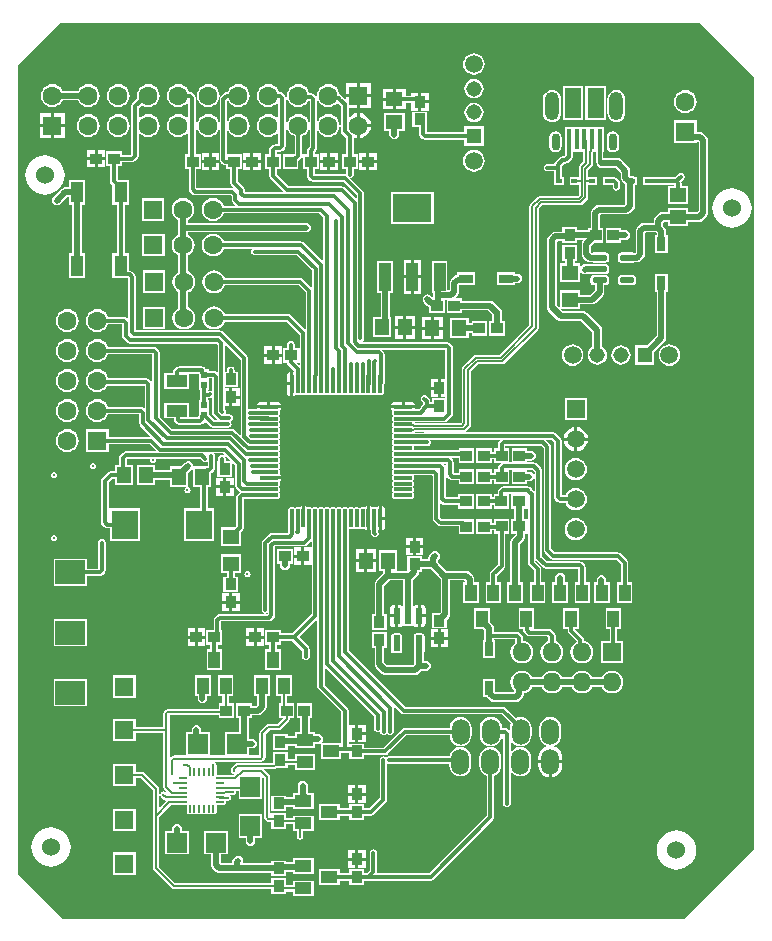
<source format=gtl>
G04*
G04 #@! TF.GenerationSoftware,Altium Limited,Altium Designer,20.2.5 (213)*
G04*
G04 Layer_Physical_Order=1*
G04 Layer_Color=255*
%FSLAX44Y44*%
%MOMM*%
G71*
G04*
G04 #@! TF.SameCoordinates,CBCE1813-5DC1-42ED-B67B-6F9CDEC3D03C*
G04*
G04*
G04 #@! TF.FilePolarity,Positive*
G04*
G01*
G75*
%ADD11C,0.2000*%
%ADD12C,0.3000*%
%ADD20R,1.0000X0.9500*%
%ADD21R,0.9500X1.0000*%
%ADD22R,1.7000X1.7000*%
%ADD23R,1.7000X1.7000*%
G04:AMPARAMS|DCode=24|XSize=0.64mm|YSize=0.22mm|CornerRadius=0.0275mm|HoleSize=0mm|Usage=FLASHONLY|Rotation=90.000|XOffset=0mm|YOffset=0mm|HoleType=Round|Shape=RoundedRectangle|*
%AMROUNDEDRECTD24*
21,1,0.6400,0.1650,0,0,90.0*
21,1,0.5850,0.2200,0,0,90.0*
1,1,0.0550,0.0825,0.2925*
1,1,0.0550,0.0825,-0.2925*
1,1,0.0550,-0.0825,-0.2925*
1,1,0.0550,-0.0825,0.2925*
%
%ADD24ROUNDEDRECTD24*%
G04:AMPARAMS|DCode=25|XSize=0.64mm|YSize=0.22mm|CornerRadius=0.0275mm|HoleSize=0mm|Usage=FLASHONLY|Rotation=180.000|XOffset=0mm|YOffset=0mm|HoleType=Round|Shape=RoundedRectangle|*
%AMROUNDEDRECTD25*
21,1,0.6400,0.1650,0,0,180.0*
21,1,0.5850,0.2200,0,0,180.0*
1,1,0.0550,-0.2925,0.0825*
1,1,0.0550,0.2925,0.0825*
1,1,0.0550,0.2925,-0.0825*
1,1,0.0550,-0.2925,-0.0825*
%
%ADD25ROUNDEDRECTD25*%
%ADD26R,1.0000X1.4000*%
%ADD27R,1.4000X1.0000*%
G04:AMPARAMS|DCode=28|XSize=1.56mm|YSize=0.28mm|CornerRadius=0.07mm|HoleSize=0mm|Usage=FLASHONLY|Rotation=0.000|XOffset=0mm|YOffset=0mm|HoleType=Round|Shape=RoundedRectangle|*
%AMROUNDEDRECTD28*
21,1,1.5600,0.1400,0,0,0.0*
21,1,1.4200,0.2800,0,0,0.0*
1,1,0.1400,0.7100,-0.0700*
1,1,0.1400,-0.7100,-0.0700*
1,1,0.1400,-0.7100,0.0700*
1,1,0.1400,0.7100,0.0700*
%
%ADD28ROUNDEDRECTD28*%
G04:AMPARAMS|DCode=29|XSize=1.56mm|YSize=0.28mm|CornerRadius=0.07mm|HoleSize=0mm|Usage=FLASHONLY|Rotation=270.000|XOffset=0mm|YOffset=0mm|HoleType=Round|Shape=RoundedRectangle|*
%AMROUNDEDRECTD29*
21,1,1.5600,0.1400,0,0,270.0*
21,1,1.4200,0.2800,0,0,270.0*
1,1,0.1400,-0.0700,-0.7100*
1,1,0.1400,-0.0700,0.7100*
1,1,0.1400,0.0700,0.7100*
1,1,0.1400,0.0700,-0.7100*
%
%ADD29ROUNDEDRECTD29*%
%ADD30R,0.7300X1.2100*%
%ADD31R,1.8000X1.0000*%
%ADD32R,1.2000X1.4000*%
%ADD33R,1.2700X1.3970*%
G04:AMPARAMS|DCode=34|XSize=0.59mm|YSize=1.37mm|CornerRadius=0.0443mm|HoleSize=0mm|Usage=FLASHONLY|Rotation=180.000|XOffset=0mm|YOffset=0mm|HoleType=Round|Shape=RoundedRectangle|*
%AMROUNDEDRECTD34*
21,1,0.5900,1.2815,0,0,180.0*
21,1,0.5015,1.3700,0,0,180.0*
1,1,0.0885,-0.2508,0.6408*
1,1,0.0885,0.2508,0.6408*
1,1,0.0885,0.2508,-0.6408*
1,1,0.0885,-0.2508,-0.6408*
%
%ADD34ROUNDEDRECTD34*%
%ADD35R,1.4250X2.5000*%
%ADD36R,0.4000X1.7500*%
%ADD37R,0.4800X0.4000*%
%ADD38R,1.4000X1.2000*%
G04:AMPARAMS|DCode=39|XSize=1.24mm|YSize=0.55mm|CornerRadius=0.1375mm|HoleSize=0mm|Usage=FLASHONLY|Rotation=0.000|XOffset=0mm|YOffset=0mm|HoleType=Round|Shape=RoundedRectangle|*
%AMROUNDEDRECTD39*
21,1,1.2400,0.2750,0,0,0.0*
21,1,0.9650,0.5500,0,0,0.0*
1,1,0.2750,0.4825,-0.1375*
1,1,0.2750,-0.4825,-0.1375*
1,1,0.2750,-0.4825,0.1375*
1,1,0.2750,0.4825,0.1375*
%
%ADD39ROUNDEDRECTD39*%
%ADD40R,1.3970X1.2700*%
%ADD41R,1.2100X0.7300*%
%ADD42R,3.3000X2.4000*%
%ADD43R,1.0000X2.4000*%
%ADD44R,2.2000X2.4000*%
%ADD45R,0.6000X0.5400*%
%ADD46R,1.1000X1.8000*%
%ADD81O,0.7300X1.4600*%
%ADD91C,0.5000*%
%ADD92C,0.1649*%
%ADD93O,1.5240X2.1844*%
%ADD94C,1.5240*%
%ADD95R,1.6000X1.6000*%
%ADD96R,1.5200X1.5200*%
%ADD97C,1.5200*%
%ADD98R,2.5000X2.0000*%
%ADD99O,1.2000X2.4000*%
%ADD100R,1.3080X1.3080*%
%ADD101C,1.3080*%
%ADD102C,1.5000*%
%ADD103R,1.3080X1.3080*%
%ADD104C,1.6000*%
%ADD105O,1.6100X1.6000*%
%ADD106R,1.6100X1.6000*%
%ADD107R,1.6000X1.6000*%
%ADD108C,0.2000*%
G36*
X586354Y715068D02*
X586354Y62172D01*
X527108Y2926D01*
X1212D01*
X-36444Y40582D01*
X-36444Y725228D01*
X-58Y761614D01*
X539808D01*
X586354Y715068D01*
D02*
G37*
%LPC*%
G36*
X349250Y735658D02*
X346874Y735346D01*
X344661Y734429D01*
X342760Y732970D01*
X341301Y731069D01*
X340384Y728856D01*
X340071Y726480D01*
X340384Y724104D01*
X341301Y721891D01*
X342760Y719990D01*
X344661Y718531D01*
X346874Y717614D01*
X349250Y717301D01*
X351626Y717614D01*
X353839Y718531D01*
X355740Y719990D01*
X357199Y721891D01*
X358116Y724104D01*
X358428Y726480D01*
X358116Y728856D01*
X357199Y731069D01*
X355740Y732970D01*
X353839Y734429D01*
X351626Y735346D01*
X349250Y735658D01*
D02*
G37*
G36*
X22860Y709453D02*
X20354Y709123D01*
X18019Y708156D01*
X16013Y706617D01*
X14474Y704611D01*
X14201Y703950D01*
X1039D01*
X766Y704611D01*
X-773Y706617D01*
X-2779Y708156D01*
X-5114Y709123D01*
X-7620Y709453D01*
X-10126Y709123D01*
X-12461Y708156D01*
X-14467Y706617D01*
X-16006Y704611D01*
X-16973Y702276D01*
X-17303Y699770D01*
X-16973Y697264D01*
X-16006Y694929D01*
X-14467Y692923D01*
X-12461Y691384D01*
X-10126Y690417D01*
X-7620Y690087D01*
X-5114Y690417D01*
X-2779Y691384D01*
X-773Y692923D01*
X766Y694929D01*
X1039Y695590D01*
X14201D01*
X14474Y694929D01*
X16013Y692923D01*
X18019Y691384D01*
X20354Y690417D01*
X22860Y690087D01*
X25366Y690417D01*
X27701Y691384D01*
X29707Y692923D01*
X31246Y694929D01*
X32213Y697264D01*
X32543Y699770D01*
X32213Y702276D01*
X31246Y704611D01*
X29707Y706617D01*
X27701Y708156D01*
X25366Y709123D01*
X22860Y709453D01*
D02*
G37*
G36*
X262000Y710310D02*
X252730D01*
Y701040D01*
X262000D01*
Y710310D01*
D02*
G37*
G36*
X250190D02*
X240920D01*
Y701040D01*
X250190D01*
Y710310D01*
D02*
G37*
G36*
X280636Y705066D02*
X272366D01*
Y697796D01*
X280636D01*
Y705066D01*
D02*
G37*
G36*
X349250Y713690D02*
X347125Y713410D01*
X345145Y712590D01*
X343445Y711285D01*
X342140Y709585D01*
X341320Y707605D01*
X341040Y705480D01*
X341320Y703355D01*
X342140Y701375D01*
X343445Y699675D01*
X345145Y698370D01*
X347125Y697550D01*
X349250Y697270D01*
X351375Y697550D01*
X353355Y698370D01*
X355056Y699675D01*
X356360Y701375D01*
X357180Y703355D01*
X357460Y705480D01*
X357180Y707605D01*
X356360Y709585D01*
X355056Y711285D01*
X353355Y712590D01*
X351375Y713410D01*
X349250Y713690D01*
D02*
G37*
G36*
X310820Y702110D02*
X304800D01*
Y695840D01*
X310820D01*
Y702110D01*
D02*
G37*
G36*
X124460Y709453D02*
X121954Y709123D01*
X119619Y708156D01*
X117613Y706617D01*
X116074Y704611D01*
X115107Y702276D01*
X114777Y699770D01*
X115107Y697264D01*
X116074Y694929D01*
X117613Y692923D01*
X119619Y691384D01*
X121954Y690417D01*
X124460Y690087D01*
X126966Y690417D01*
X129301Y691384D01*
X131307Y692923D01*
X132846Y694929D01*
X133813Y697264D01*
X134143Y699770D01*
X133813Y702276D01*
X132846Y704611D01*
X131307Y706617D01*
X129301Y708156D01*
X126966Y709123D01*
X124460Y709453D01*
D02*
G37*
G36*
X73660D02*
X71154Y709123D01*
X68819Y708156D01*
X66813Y706617D01*
X65274Y704611D01*
X64307Y702276D01*
X63977Y699770D01*
X64300Y697318D01*
X59995Y693013D01*
X59310Y691987D01*
X59069Y690778D01*
Y650279D01*
X58381Y649591D01*
X51050D01*
Y652780D01*
X37850D01*
Y640080D01*
X41289D01*
Y627040D01*
X41530Y625830D01*
X42215Y624805D01*
X43150Y623870D01*
Y607140D01*
X47089D01*
Y566340D01*
X43150D01*
Y545140D01*
X56380D01*
X56529Y544991D01*
Y510063D01*
X55088Y511505D01*
X54062Y512190D01*
X52853Y512431D01*
X39562D01*
X38866Y514111D01*
X37327Y516117D01*
X35321Y517656D01*
X32986Y518623D01*
X30480Y518953D01*
X27974Y518623D01*
X25639Y517656D01*
X23633Y516117D01*
X22094Y514111D01*
X21127Y511776D01*
X20797Y509270D01*
X21127Y506764D01*
X22094Y504429D01*
X23633Y502423D01*
X25639Y500884D01*
X27974Y499917D01*
X30480Y499587D01*
X32986Y499917D01*
X35321Y500884D01*
X37327Y502423D01*
X38866Y504429D01*
X39562Y506109D01*
X51449D01*
Y496570D01*
X51690Y495360D01*
X52375Y494335D01*
X56185Y490525D01*
X57210Y489840D01*
X58420Y489599D01*
X131553D01*
X132249Y488903D01*
Y464850D01*
X131288Y465812D01*
X130262Y466497D01*
X129053Y466738D01*
X125250D01*
Y467877D01*
X122157D01*
X122070Y468312D01*
X121385Y469338D01*
X121128Y469595D01*
X120102Y470280D01*
X118893Y470521D01*
X99547D01*
X98338Y470280D01*
X97312Y469595D01*
X95555Y467838D01*
X94870Y466812D01*
X94629Y465603D01*
Y464670D01*
X87190D01*
Y451470D01*
X108390D01*
Y464199D01*
X116050D01*
Y459277D01*
X125250D01*
Y460416D01*
X127649D01*
Y449486D01*
X126940Y449960D01*
X125730Y450201D01*
X124520Y449960D01*
X124013Y449621D01*
X123811D01*
Y450637D01*
X125250D01*
Y459237D01*
X116050D01*
Y450637D01*
X117489D01*
Y446461D01*
Y442284D01*
X116050D01*
Y433684D01*
X125250D01*
Y442284D01*
X123811D01*
Y443300D01*
X125151D01*
X126360Y443540D01*
X127386Y444226D01*
X127649Y444489D01*
Y431010D01*
X127890Y429800D01*
X128575Y428775D01*
X132549Y424801D01*
X129963D01*
X125250Y429514D01*
Y433644D01*
X116050D01*
Y428449D01*
X115989Y428144D01*
Y427341D01*
X108390D01*
Y439670D01*
X87190D01*
Y426470D01*
X95239D01*
Y425327D01*
X95480Y424118D01*
X96165Y423092D01*
X97312Y421945D01*
X98338Y421260D01*
X99547Y421019D01*
X117393D01*
X118602Y421260D01*
X119628Y421945D01*
X121385Y423702D01*
X121680Y424144D01*
X126419Y419405D01*
X127445Y418720D01*
X128654Y418479D01*
X140970D01*
X142179Y418720D01*
X143205Y419405D01*
X143890Y420430D01*
X144131Y421640D01*
X143890Y422850D01*
X143278Y423766D01*
X143449Y423800D01*
X144475Y424485D01*
X145160Y425510D01*
X145401Y426720D01*
X145160Y427929D01*
X144475Y428955D01*
X143449Y429640D01*
X142240Y429881D01*
X138440D01*
X138443Y429883D01*
X139128Y430908D01*
X139368Y432118D01*
X139128Y433327D01*
X138571Y434161D01*
Y436960D01*
X142240D01*
Y444500D01*
Y452040D01*
X138571D01*
Y452900D01*
X149860D01*
Y466100D01*
X146671D01*
Y467360D01*
X146430Y468569D01*
X145745Y469595D01*
X144719Y470280D01*
X143510Y470521D01*
X142301Y470280D01*
X141275Y469595D01*
X140590Y468569D01*
X140349Y467360D01*
Y466100D01*
X138571D01*
Y489087D01*
X151779Y475879D01*
Y411801D01*
X147016Y416565D01*
X145990Y417250D01*
X144781Y417491D01*
X93709D01*
X83171Y428029D01*
Y482113D01*
X82930Y483322D01*
X82245Y484348D01*
X80488Y486105D01*
X79462Y486790D01*
X78253Y487031D01*
X39562D01*
X38866Y488711D01*
X37327Y490717D01*
X35321Y492256D01*
X32986Y493223D01*
X30480Y493553D01*
X27974Y493223D01*
X25639Y492256D01*
X23633Y490717D01*
X22094Y488711D01*
X21127Y486376D01*
X20797Y483870D01*
X21127Y481364D01*
X22094Y479029D01*
X23633Y477023D01*
X25639Y475484D01*
X27974Y474517D01*
X30480Y474187D01*
X32986Y474517D01*
X35321Y475484D01*
X37327Y477023D01*
X38866Y479029D01*
X39562Y480709D01*
X76849D01*
Y426731D01*
X76821Y426759D01*
Y455443D01*
X76580Y456652D01*
X75895Y457678D01*
X74138Y459435D01*
X73112Y460120D01*
X71903Y460361D01*
X39914D01*
X39833Y460976D01*
X38866Y463311D01*
X37327Y465317D01*
X35321Y466856D01*
X32986Y467823D01*
X30480Y468153D01*
X27974Y467823D01*
X25639Y466856D01*
X23633Y465317D01*
X22094Y463311D01*
X21127Y460976D01*
X20797Y458470D01*
X21127Y455964D01*
X22094Y453629D01*
X23633Y451623D01*
X25639Y450084D01*
X27974Y449117D01*
X30480Y448787D01*
X32986Y449117D01*
X35321Y450084D01*
X37327Y451623D01*
X38866Y453629D01*
X39036Y454039D01*
X70499D01*
Y434343D01*
X69538Y435305D01*
X68512Y435990D01*
X67303Y436231D01*
X39562D01*
X38866Y437911D01*
X37327Y439917D01*
X35321Y441456D01*
X32986Y442423D01*
X30480Y442753D01*
X27974Y442423D01*
X25639Y441456D01*
X23633Y439917D01*
X22094Y437911D01*
X21127Y435576D01*
X20797Y433070D01*
X21127Y430564D01*
X22094Y428229D01*
X23633Y426223D01*
X25639Y424684D01*
X27974Y423717D01*
X30480Y423387D01*
X32986Y423717D01*
X35321Y424684D01*
X37327Y426223D01*
X38866Y428229D01*
X39562Y429909D01*
X65899D01*
Y422430D01*
X66140Y421220D01*
X66825Y420195D01*
X76189Y410831D01*
X40080D01*
Y417270D01*
X20880D01*
Y398070D01*
X40080D01*
Y404509D01*
X74891D01*
X80979Y398421D01*
X54487D01*
X53277Y398180D01*
X52252Y397495D01*
X49835Y395078D01*
X49150Y394053D01*
X48909Y392843D01*
Y387026D01*
X45174D01*
Y381587D01*
X41876D01*
X40666Y381346D01*
X39641Y380661D01*
X34595Y375615D01*
X33910Y374590D01*
X33669Y373380D01*
Y338307D01*
X33910Y337098D01*
X34595Y336072D01*
X36352Y334315D01*
X37378Y333630D01*
X38587Y333389D01*
X40990D01*
Y322950D01*
X66190D01*
Y350150D01*
X40990D01*
Y339711D01*
X39991D01*
Y372071D01*
X43185Y375265D01*
X45174D01*
Y369826D01*
X60374D01*
Y387026D01*
X55231D01*
Y391534D01*
X55796Y392099D01*
X75006D01*
X74819Y391160D01*
X75021Y390145D01*
X75595Y389286D01*
X76455Y388711D01*
X77470Y388509D01*
X78485Y388711D01*
X79345Y389286D01*
X79919Y390145D01*
X80121Y391160D01*
X79934Y392099D01*
X117781D01*
X119685Y390195D01*
X120710Y389510D01*
X121920Y389269D01*
X123130Y389510D01*
X123839Y389984D01*
Y385885D01*
X123176D01*
X122871Y385824D01*
X111661D01*
X111712Y386080D01*
X111394Y387680D01*
X110488Y389036D01*
X109132Y389942D01*
X107532Y390260D01*
X105932Y389942D01*
X104576Y389036D01*
X101364Y385824D01*
X92076D01*
Y382606D01*
X79374D01*
Y387026D01*
X64174D01*
Y369826D01*
X79374D01*
Y374246D01*
X92076D01*
Y368624D01*
X107276D01*
Y379912D01*
X110488Y383124D01*
X111076Y384004D01*
Y368624D01*
X117489D01*
Y350150D01*
X103990D01*
Y322950D01*
X129190D01*
Y350150D01*
X123811D01*
Y368624D01*
X126276D01*
Y379769D01*
X126452Y379804D01*
X127478Y380489D01*
X129235Y382246D01*
X129920Y383272D01*
X130161Y384481D01*
Y394970D01*
X129920Y396180D01*
X129446Y396889D01*
X137121D01*
X143870Y390140D01*
X139051D01*
Y392430D01*
X138810Y393639D01*
X138125Y394665D01*
X137100Y395350D01*
X135890Y395591D01*
X134681Y395350D01*
X133655Y394665D01*
X132970Y393639D01*
X132729Y392430D01*
Y390140D01*
X132080D01*
Y376940D01*
X144780D01*
Y389230D01*
X147179Y386831D01*
Y369090D01*
X147420Y367880D01*
X148105Y366855D01*
X150955Y364005D01*
X151170Y363861D01*
X150652Y363515D01*
X148895Y361758D01*
X148210Y360732D01*
X147969Y359523D01*
Y335319D01*
X146990Y334340D01*
X134925D01*
Y318440D01*
X152095D01*
Y330505D01*
X153365Y331775D01*
X154050Y332800D01*
X154291Y334010D01*
Y358119D01*
X175610D01*
X176192Y358235D01*
X182710D01*
X183607Y358414D01*
X184368Y358922D01*
X184876Y359683D01*
X185055Y360580D01*
Y361980D01*
X184876Y362877D01*
X184368Y363638D01*
X184156Y363780D01*
X184368Y363922D01*
X184876Y364683D01*
X185055Y365580D01*
Y366980D01*
X184876Y367877D01*
X184368Y368638D01*
X184156Y368780D01*
X184368Y368922D01*
X184876Y369683D01*
X185055Y370580D01*
Y371980D01*
X184876Y372877D01*
X184759Y373053D01*
X185046Y373244D01*
X185762Y374316D01*
X185900Y375010D01*
X175610D01*
Y377550D01*
X185900D01*
X185762Y378244D01*
X185046Y379316D01*
X184759Y379507D01*
X184876Y379683D01*
X185055Y380580D01*
Y381980D01*
X184876Y382877D01*
X184368Y383638D01*
X184156Y383780D01*
X184368Y383922D01*
X184876Y384683D01*
X185055Y385580D01*
Y386980D01*
X184876Y387877D01*
X184368Y388638D01*
X184156Y388780D01*
X184368Y388922D01*
X184876Y389683D01*
X185055Y390580D01*
Y391980D01*
X184876Y392877D01*
X184368Y393638D01*
X184156Y393780D01*
X184368Y393922D01*
X184876Y394683D01*
X185055Y395580D01*
Y396980D01*
X184876Y397877D01*
X184368Y398638D01*
X184156Y398780D01*
X184368Y398922D01*
X184876Y399683D01*
X185055Y400580D01*
Y401980D01*
X184876Y402877D01*
X184368Y403638D01*
X184156Y403780D01*
X184368Y403922D01*
X184876Y404683D01*
X185055Y405580D01*
Y406980D01*
X184876Y407877D01*
X184368Y408638D01*
X184156Y408780D01*
X184368Y408922D01*
X184876Y409683D01*
X185055Y410580D01*
Y411980D01*
X184876Y412877D01*
X184368Y413638D01*
X184156Y413780D01*
X184368Y413922D01*
X184876Y414683D01*
X185055Y415580D01*
Y416980D01*
X184876Y417877D01*
X184368Y418638D01*
X184156Y418780D01*
X184368Y418922D01*
X184876Y419683D01*
X185055Y420580D01*
Y421980D01*
X184876Y422877D01*
X184368Y423638D01*
X184156Y423780D01*
X184368Y423922D01*
X184876Y424683D01*
X185055Y425580D01*
Y426980D01*
X184876Y427877D01*
X184368Y428638D01*
X184156Y428780D01*
X184368Y428922D01*
X184876Y429683D01*
X185055Y430580D01*
Y431980D01*
X184876Y432877D01*
X184759Y433053D01*
X185046Y433244D01*
X185762Y434316D01*
X185900Y435010D01*
X175610D01*
X165320D01*
X165433Y434441D01*
X159741D01*
X159540Y434481D01*
X158330Y434240D01*
X158101Y434087D01*
Y477188D01*
X157860Y478397D01*
X157175Y479423D01*
X136523Y500075D01*
X135498Y500760D01*
X134288Y501001D01*
X62851D01*
Y546300D01*
X62610Y547510D01*
X61925Y548535D01*
X59917Y550543D01*
X58892Y551228D01*
X57682Y551469D01*
X57350D01*
Y566340D01*
X53411D01*
Y607140D01*
X57350D01*
Y628340D01*
X47620D01*
X47611Y628349D01*
Y640080D01*
X51050D01*
Y643269D01*
X59690D01*
X60900Y643510D01*
X61925Y644195D01*
X64465Y646735D01*
X65150Y647760D01*
X65391Y648970D01*
Y669377D01*
X66813Y667523D01*
X68819Y665984D01*
X71154Y665017D01*
X73660Y664687D01*
X76166Y665017D01*
X78501Y665984D01*
X80507Y667523D01*
X82046Y669529D01*
X83013Y671864D01*
X83343Y674370D01*
X83013Y676876D01*
X82046Y679211D01*
X80507Y681217D01*
X78501Y682756D01*
X76166Y683723D01*
X73660Y684053D01*
X71154Y683723D01*
X68819Y682756D01*
X66813Y681217D01*
X65391Y679363D01*
Y689468D01*
X67963Y692041D01*
X68819Y691384D01*
X71154Y690417D01*
X73660Y690087D01*
X76166Y690417D01*
X78501Y691384D01*
X80507Y692923D01*
X82046Y694929D01*
X83013Y697264D01*
X83343Y699770D01*
X83013Y702276D01*
X82046Y704611D01*
X80507Y706617D01*
X78501Y708156D01*
X76166Y709123D01*
X73660Y709453D01*
D02*
G37*
G36*
X48260D02*
X45754Y709123D01*
X43419Y708156D01*
X41413Y706617D01*
X39874Y704611D01*
X38907Y702276D01*
X38577Y699770D01*
X38907Y697264D01*
X39874Y694929D01*
X41413Y692923D01*
X43419Y691384D01*
X45754Y690417D01*
X48260Y690087D01*
X50766Y690417D01*
X53101Y691384D01*
X55107Y692923D01*
X56646Y694929D01*
X57613Y697264D01*
X57943Y699770D01*
X57613Y702276D01*
X56646Y704611D01*
X55107Y706617D01*
X53101Y708156D01*
X50766Y709123D01*
X48260Y709453D01*
D02*
G37*
G36*
X262000Y698500D02*
X252730D01*
Y689230D01*
X262000D01*
Y698500D01*
D02*
G37*
G36*
X280636Y695256D02*
X272366D01*
Y687986D01*
X280636D01*
Y695256D01*
D02*
G37*
G36*
X310820Y693300D02*
X304800D01*
Y687030D01*
X310820D01*
Y693300D01*
D02*
G37*
G36*
X291446Y705066D02*
X283176D01*
Y696526D01*
Y687986D01*
X291446D01*
Y693365D01*
X296240D01*
Y687030D01*
X302260D01*
Y694570D01*
Y702110D01*
X296240D01*
Y699687D01*
X291446D01*
Y705066D01*
D02*
G37*
G36*
X528320Y704373D02*
X525814Y704043D01*
X523479Y703076D01*
X521473Y701537D01*
X519934Y699531D01*
X518967Y697196D01*
X518637Y694690D01*
X518967Y692184D01*
X519934Y689849D01*
X521473Y687843D01*
X523479Y686304D01*
X525814Y685337D01*
X528320Y685007D01*
X530826Y685337D01*
X533161Y686304D01*
X535167Y687843D01*
X536706Y689849D01*
X537673Y692184D01*
X538003Y694690D01*
X537673Y697196D01*
X536706Y699531D01*
X535167Y701537D01*
X533161Y703076D01*
X530826Y704043D01*
X528320Y704373D01*
D02*
G37*
G36*
X461000Y707480D02*
X443550D01*
Y679280D01*
X461000D01*
Y707480D01*
D02*
G37*
G36*
X441750D02*
X424300D01*
Y679280D01*
X441750D01*
Y707480D01*
D02*
G37*
G36*
X349250Y693690D02*
X347125Y693410D01*
X345145Y692590D01*
X343445Y691285D01*
X342140Y689585D01*
X341320Y687605D01*
X341040Y685480D01*
X341320Y683355D01*
X342140Y681375D01*
X343445Y679675D01*
X345145Y678370D01*
X347125Y677550D01*
X349250Y677270D01*
X351375Y677550D01*
X353355Y678370D01*
X355056Y679675D01*
X356360Y681375D01*
X357180Y683355D01*
X357460Y685480D01*
X357180Y687605D01*
X356360Y689585D01*
X355056Y691285D01*
X353355Y692590D01*
X351375Y693410D01*
X349250Y693690D01*
D02*
G37*
G36*
X469900Y704546D02*
X467916Y704284D01*
X466067Y703519D01*
X464480Y702300D01*
X463261Y700713D01*
X462496Y698864D01*
X462234Y696880D01*
Y684880D01*
X462496Y682896D01*
X463261Y681047D01*
X464480Y679460D01*
X466067Y678241D01*
X467916Y677476D01*
X469900Y677214D01*
X471884Y677476D01*
X473733Y678241D01*
X475320Y679460D01*
X476539Y681047D01*
X477304Y682896D01*
X477566Y684880D01*
Y696880D01*
X477304Y698864D01*
X476539Y700713D01*
X475320Y702300D01*
X473733Y703519D01*
X471884Y704284D01*
X469900Y704546D01*
D02*
G37*
G36*
X415400D02*
X413416Y704284D01*
X411567Y703519D01*
X409980Y702300D01*
X408761Y700713D01*
X407996Y698864D01*
X407734Y696880D01*
Y684880D01*
X407996Y682896D01*
X408761Y681047D01*
X409980Y679460D01*
X411567Y678241D01*
X413416Y677476D01*
X415400Y677214D01*
X417384Y677476D01*
X419233Y678241D01*
X420820Y679460D01*
X422039Y681047D01*
X422804Y682896D01*
X423065Y684880D01*
Y696880D01*
X422804Y698864D01*
X422039Y700713D01*
X420820Y702300D01*
X419233Y703519D01*
X417384Y704284D01*
X415400Y704546D01*
D02*
G37*
G36*
X252730Y684834D02*
Y675640D01*
X261924D01*
X261729Y677122D01*
X260667Y679686D01*
X258977Y681887D01*
X256775Y683577D01*
X254212Y684639D01*
X252730Y684834D01*
D02*
G37*
G36*
X2920Y684910D02*
X-6350D01*
Y675640D01*
X2920D01*
Y684910D01*
D02*
G37*
G36*
X-8890D02*
X-18160D01*
Y675640D01*
X-8890D01*
Y684910D01*
D02*
G37*
G36*
X226060Y709453D02*
X223554Y709123D01*
X221219Y708156D01*
X219213Y706617D01*
X217674Y704611D01*
X216707Y702276D01*
X216377Y699770D01*
X216707Y697264D01*
X217674Y694929D01*
X219213Y692923D01*
X221219Y691384D01*
X223554Y690417D01*
X226060Y690087D01*
X228566Y690417D01*
X230901Y691384D01*
X232907Y692923D01*
X233723Y693987D01*
X233979Y693732D01*
X233979D01*
Y693731D01*
X236799Y690911D01*
Y669607D01*
X237040Y668397D01*
X237725Y667372D01*
X241091Y664005D01*
Y650240D01*
X237652D01*
Y637540D01*
X241091D01*
Y634848D01*
X241040Y634588D01*
Y632880D01*
X240030Y633081D01*
X214401D01*
Y637540D01*
X217840D01*
Y650240D01*
X214401D01*
Y651891D01*
X215595Y653085D01*
X216280Y654110D01*
X216521Y655320D01*
Y673280D01*
X216707Y671864D01*
X217674Y669529D01*
X219213Y667523D01*
X221219Y665984D01*
X223554Y665017D01*
X226060Y664687D01*
X228566Y665017D01*
X230901Y665984D01*
X232907Y667523D01*
X234446Y669529D01*
X235413Y671864D01*
X235743Y674370D01*
X235413Y676876D01*
X234446Y679211D01*
X232907Y681217D01*
X230901Y682756D01*
X228566Y683723D01*
X226060Y684053D01*
X223554Y683723D01*
X221219Y682756D01*
X219213Y681217D01*
X217674Y679211D01*
X216707Y676876D01*
X216521Y675460D01*
Y696743D01*
X216280Y697952D01*
X215595Y698978D01*
X213838Y700735D01*
X212812Y701420D01*
X211603Y701661D01*
X210094D01*
X210013Y702276D01*
X209046Y704611D01*
X207507Y706617D01*
X205501Y708156D01*
X203166Y709123D01*
X200660Y709453D01*
X198154Y709123D01*
X195819Y708156D01*
X193813Y706617D01*
X192274Y704611D01*
X191307Y702276D01*
X190977Y699770D01*
X191307Y697264D01*
X192274Y694929D01*
X193813Y692923D01*
X195819Y691384D01*
X198154Y690417D01*
X200660Y690087D01*
X203166Y690417D01*
X205501Y691384D01*
X207507Y692923D01*
X209046Y694929D01*
X209216Y695339D01*
X210199D01*
Y675460D01*
X210013Y676876D01*
X209046Y679211D01*
X207507Y681217D01*
X205501Y682756D01*
X203166Y683723D01*
X200660Y684053D01*
X198154Y683723D01*
X195819Y682756D01*
X193813Y681217D01*
X192274Y679211D01*
X191307Y676876D01*
X190977Y674370D01*
X191307Y671864D01*
X192274Y669529D01*
X193813Y667523D01*
X195819Y665984D01*
X197499Y665288D01*
Y650301D01*
X197330D01*
X197025Y650240D01*
X187480D01*
Y637540D01*
X200680D01*
Y644599D01*
X201138Y644905D01*
X202895Y646662D01*
X203580Y647688D01*
X203821Y648897D01*
Y665288D01*
X205501Y665984D01*
X207507Y667523D01*
X209046Y669529D01*
X210013Y671864D01*
X210199Y673280D01*
Y656629D01*
X209005Y655435D01*
X208320Y654410D01*
X208079Y653200D01*
Y650240D01*
X204640D01*
Y637540D01*
X208079D01*
Y631677D01*
X208320Y630468D01*
X209005Y629442D01*
X210762Y627685D01*
X211788Y627000D01*
X212997Y626759D01*
X238721D01*
X249879Y615601D01*
Y611841D01*
X239725Y621995D01*
X238700Y622680D01*
X237490Y622921D01*
X192648D01*
X182241Y633328D01*
Y637540D01*
X185680D01*
Y650240D01*
X182231D01*
Y652159D01*
X185003D01*
X186212Y652400D01*
X187238Y653085D01*
X188995Y654842D01*
X189680Y655868D01*
X189921Y657077D01*
Y697943D01*
X189680Y699152D01*
X188995Y700178D01*
X187168Y702005D01*
X186142Y702690D01*
X184933Y702931D01*
X184342D01*
X183646Y704611D01*
X182107Y706617D01*
X180101Y708156D01*
X177766Y709123D01*
X175260Y709453D01*
X172754Y709123D01*
X170419Y708156D01*
X168413Y706617D01*
X166874Y704611D01*
X165907Y702276D01*
X165577Y699770D01*
X165907Y697264D01*
X166874Y694929D01*
X168413Y692923D01*
X170419Y691384D01*
X172754Y690417D01*
X175260Y690087D01*
X177766Y690417D01*
X180101Y691384D01*
X182107Y692923D01*
X183599Y694868D01*
Y679272D01*
X182107Y681217D01*
X180101Y682756D01*
X177766Y683723D01*
X175260Y684053D01*
X172754Y683723D01*
X170419Y682756D01*
X168413Y681217D01*
X166874Y679211D01*
X165907Y676876D01*
X165577Y674370D01*
X165907Y671864D01*
X166874Y669529D01*
X168413Y667523D01*
X170419Y665984D01*
X172754Y665017D01*
X175260Y664687D01*
X177766Y665017D01*
X180101Y665984D01*
X182107Y667523D01*
X183599Y669468D01*
Y658481D01*
X180827D01*
X179618Y658240D01*
X178592Y657555D01*
X176835Y655798D01*
X176150Y654772D01*
X175909Y653563D01*
Y650240D01*
X172480D01*
Y637540D01*
X175919D01*
Y632019D01*
X176160Y630809D01*
X176845Y629784D01*
X188788Y617841D01*
X155561D01*
Y619460D01*
X155320Y620670D01*
X154635Y621695D01*
X149331Y627000D01*
Y637540D01*
X152770D01*
Y650240D01*
X140321D01*
Y673280D01*
X140507Y671864D01*
X141474Y669529D01*
X143013Y667523D01*
X145019Y665984D01*
X147354Y665017D01*
X149860Y664687D01*
X152366Y665017D01*
X154701Y665984D01*
X156707Y667523D01*
X158246Y669529D01*
X159213Y671864D01*
X159543Y674370D01*
X159213Y676876D01*
X158246Y679211D01*
X156707Y681217D01*
X154701Y682756D01*
X152366Y683723D01*
X149860Y684053D01*
X147354Y683723D01*
X145019Y682756D01*
X143013Y681217D01*
X141474Y679211D01*
X140507Y676876D01*
X140321Y675460D01*
Y695433D01*
X140989Y696101D01*
X141474Y694929D01*
X143013Y692923D01*
X145019Y691384D01*
X147354Y690417D01*
X149860Y690087D01*
X152366Y690417D01*
X154701Y691384D01*
X156707Y692923D01*
X158246Y694929D01*
X159213Y697264D01*
X159543Y699770D01*
X159213Y702276D01*
X158246Y704611D01*
X156707Y706617D01*
X154701Y708156D01*
X152366Y709123D01*
X149860Y709453D01*
X147354Y709123D01*
X145019Y708156D01*
X143013Y706617D01*
X141474Y704611D01*
X140778Y702931D01*
X140187D01*
X138978Y702690D01*
X137952Y702005D01*
X134925Y698978D01*
X134240Y697952D01*
X133999Y696743D01*
Y675460D01*
X133813Y676876D01*
X132846Y679211D01*
X131307Y681217D01*
X129301Y682756D01*
X126966Y683723D01*
X124460Y684053D01*
X121954Y683723D01*
X119619Y682756D01*
X117613Y681217D01*
X116074Y679211D01*
X115107Y676876D01*
X114777Y674370D01*
X115107Y671864D01*
X116074Y669529D01*
X117613Y667523D01*
X119619Y665984D01*
X121954Y665017D01*
X124460Y664687D01*
X126966Y665017D01*
X129301Y665984D01*
X131307Y667523D01*
X132846Y669529D01*
X133813Y671864D01*
X133999Y673280D01*
Y645160D01*
X134240Y643950D01*
X134925Y642925D01*
X136195Y641655D01*
X137220Y640970D01*
X138430Y640729D01*
X139570D01*
Y637540D01*
X143009D01*
Y625690D01*
X143250Y624481D01*
X143935Y623456D01*
X145978Y621412D01*
X144780Y621651D01*
X114305D01*
Y637540D01*
X117744D01*
Y650240D01*
X113651D01*
Y662820D01*
X113721Y663172D01*
Y697943D01*
X113480Y699152D01*
X112795Y700178D01*
X110968Y702005D01*
X109942Y702690D01*
X108733Y702931D01*
X108142D01*
X107446Y704611D01*
X105907Y706617D01*
X103901Y708156D01*
X101566Y709123D01*
X99060Y709453D01*
X96554Y709123D01*
X94219Y708156D01*
X92213Y706617D01*
X90674Y704611D01*
X89707Y702276D01*
X89377Y699770D01*
X89707Y697264D01*
X90674Y694929D01*
X92213Y692923D01*
X94219Y691384D01*
X96554Y690417D01*
X99060Y690087D01*
X101566Y690417D01*
X103901Y691384D01*
X105907Y692923D01*
X107399Y694868D01*
Y679272D01*
X105907Y681217D01*
X103901Y682756D01*
X101566Y683723D01*
X99060Y684053D01*
X96554Y683723D01*
X94219Y682756D01*
X92213Y681217D01*
X90674Y679211D01*
X89707Y676876D01*
X89377Y674370D01*
X89707Y671864D01*
X90674Y669529D01*
X92213Y667523D01*
X94219Y665984D01*
X96554Y665017D01*
X99060Y664687D01*
X101566Y665017D01*
X103901Y665984D01*
X105907Y667523D01*
X107399Y669468D01*
Y663454D01*
X107329Y663102D01*
Y650240D01*
X104544D01*
Y637540D01*
X107984D01*
Y620247D01*
X108224Y619038D01*
X108909Y618012D01*
X110667Y616255D01*
X111692Y615570D01*
X112902Y615329D01*
X143471D01*
X144159Y614641D01*
Y611357D01*
X144400Y610148D01*
X145085Y609122D01*
X147797Y606411D01*
X137352D01*
X136656Y608091D01*
X135117Y610097D01*
X133111Y611636D01*
X130776Y612603D01*
X128270Y612933D01*
X125764Y612603D01*
X123429Y611636D01*
X121423Y610097D01*
X119884Y608091D01*
X118917Y605756D01*
X118587Y603250D01*
X118917Y600744D01*
X119884Y598409D01*
X121423Y596403D01*
X123429Y594864D01*
X125764Y593897D01*
X128270Y593567D01*
X130776Y593897D01*
X133111Y594864D01*
X135117Y596403D01*
X136656Y598409D01*
X137352Y600089D01*
X218401D01*
X221749Y596741D01*
Y558691D01*
X204956Y575484D01*
X203931Y576169D01*
X202721Y576410D01*
X137624D01*
X136928Y578090D01*
X135389Y580096D01*
X133384Y581634D01*
X131048Y582602D01*
X128542Y582932D01*
X126036Y582602D01*
X123701Y581634D01*
X121696Y580096D01*
X120157Y578090D01*
X119190Y575755D01*
X118860Y573249D01*
X119190Y570743D01*
X120157Y568407D01*
X121696Y566402D01*
X123701Y564863D01*
X126036Y563896D01*
X128542Y563566D01*
X131048Y563896D01*
X133384Y564863D01*
X135389Y566402D01*
X136928Y568407D01*
X137624Y570088D01*
X161839D01*
X161595Y569925D01*
X160910Y568899D01*
X160669Y567690D01*
X160910Y566480D01*
X161595Y565455D01*
X162621Y564770D01*
X163830Y564529D01*
X199351D01*
X212149Y551731D01*
Y536539D01*
X212145Y536545D01*
X204333Y544357D01*
X203307Y545042D01*
X202098Y545283D01*
X138112D01*
X137415Y546964D01*
X135877Y548969D01*
X133871Y550508D01*
X131536Y551475D01*
X129030Y551805D01*
X126524Y551475D01*
X124188Y550508D01*
X122183Y548969D01*
X120644Y546964D01*
X119677Y544628D01*
X119347Y542122D01*
X119677Y539616D01*
X120644Y537281D01*
X122183Y535275D01*
X124188Y533737D01*
X126524Y532769D01*
X129030Y532439D01*
X131536Y532769D01*
X133871Y533737D01*
X135877Y535275D01*
X137415Y537281D01*
X138112Y538961D01*
X200788D01*
X206749Y533001D01*
Y501301D01*
X194259Y513791D01*
X193234Y514476D01*
X192024Y514717D01*
X138112D01*
X137415Y516397D01*
X135877Y518403D01*
X133871Y519942D01*
X131536Y520909D01*
X129030Y521239D01*
X126524Y520909D01*
X124188Y519942D01*
X122183Y518403D01*
X120644Y516397D01*
X119677Y514062D01*
X119347Y511556D01*
X119677Y509050D01*
X120644Y506715D01*
X122183Y504709D01*
X124188Y503170D01*
X126524Y502203D01*
X129030Y501873D01*
X131536Y502203D01*
X133871Y503170D01*
X135877Y504709D01*
X137415Y506715D01*
X138112Y508395D01*
X190715D01*
X201749Y497361D01*
Y470741D01*
X198780Y473710D01*
X200790D01*
Y486410D01*
X197351D01*
Y488347D01*
X197471Y488950D01*
X197230Y490160D01*
X196545Y491185D01*
X195520Y491870D01*
X194310Y492111D01*
X193100Y491870D01*
X192075Y491185D01*
X191955Y491065D01*
X191270Y490040D01*
X191029Y488830D01*
Y486410D01*
X187590D01*
Y473710D01*
X191053D01*
X191270Y472620D01*
X191955Y471595D01*
X196749Y466801D01*
Y465757D01*
X196180Y465870D01*
Y455580D01*
Y445290D01*
X196874Y445428D01*
X197946Y446144D01*
X198137Y446431D01*
X198313Y446314D01*
X199210Y446135D01*
X200610D01*
X201507Y446314D01*
X202268Y446822D01*
X202410Y447034D01*
X202552Y446822D01*
X203313Y446314D01*
X204210Y446135D01*
X205610D01*
X206507Y446314D01*
X207268Y446822D01*
X207410Y447034D01*
X207552Y446822D01*
X208313Y446314D01*
X209210Y446135D01*
X210610D01*
X211507Y446314D01*
X212268Y446822D01*
X212410Y447034D01*
X212552Y446822D01*
X213313Y446314D01*
X214210Y446135D01*
X215610D01*
X216507Y446314D01*
X217268Y446822D01*
X217410Y447034D01*
X217552Y446822D01*
X218313Y446314D01*
X219210Y446135D01*
X220610D01*
X221507Y446314D01*
X222268Y446822D01*
X222410Y447034D01*
X222552Y446822D01*
X223313Y446314D01*
X224210Y446135D01*
X225610D01*
X226507Y446314D01*
X227268Y446822D01*
X227410Y447034D01*
X227552Y446822D01*
X228313Y446314D01*
X229210Y446135D01*
X230610D01*
X231507Y446314D01*
X232268Y446822D01*
X232410Y447034D01*
X232552Y446822D01*
X233313Y446314D01*
X234210Y446135D01*
X235610D01*
X236507Y446314D01*
X237268Y446822D01*
X237410Y447034D01*
X237552Y446822D01*
X238313Y446314D01*
X239210Y446135D01*
X240610D01*
X241507Y446314D01*
X242268Y446822D01*
X242410Y447034D01*
X242552Y446822D01*
X243313Y446314D01*
X244210Y446135D01*
X245610D01*
X246507Y446314D01*
X247268Y446822D01*
X247410Y447034D01*
X247552Y446822D01*
X248313Y446314D01*
X249210Y446135D01*
X250610D01*
X251507Y446314D01*
X252268Y446822D01*
X252410Y447034D01*
X252552Y446822D01*
X253313Y446314D01*
X254210Y446135D01*
X255610D01*
X256507Y446314D01*
X257268Y446822D01*
X257410Y447034D01*
X257552Y446822D01*
X258313Y446314D01*
X259210Y446135D01*
X260610D01*
X261507Y446314D01*
X262268Y446822D01*
X262410Y447034D01*
X262552Y446822D01*
X263313Y446314D01*
X264210Y446135D01*
X265610D01*
X266507Y446314D01*
X267268Y446822D01*
X267410Y447034D01*
X267552Y446822D01*
X268313Y446314D01*
X269210Y446135D01*
X270610D01*
X271507Y446314D01*
X272268Y446822D01*
X272777Y447583D01*
X272955Y448480D01*
Y454299D01*
X273350Y454890D01*
X273591Y456100D01*
Y480843D01*
X273350Y482052D01*
X272665Y483078D01*
X271223Y484519D01*
X325129D01*
Y459420D01*
X321310D01*
Y451880D01*
Y444340D01*
X325129D01*
Y443480D01*
X313690D01*
Y440041D01*
X312258D01*
Y441473D01*
X312017Y442682D01*
X311332Y443708D01*
X309575Y445465D01*
X308550Y446150D01*
X307340Y446391D01*
X306130Y446150D01*
X305105Y445465D01*
X304420Y444440D01*
X304179Y443230D01*
X304420Y442020D01*
X305105Y440995D01*
X305937Y440163D01*
Y438189D01*
X305105Y437358D01*
X304420Y436332D01*
X304310Y435780D01*
X302971Y434441D01*
X299387D01*
X299500Y435010D01*
X278920D01*
X279058Y434316D01*
X279774Y433244D01*
X280061Y433053D01*
X279944Y432877D01*
X279765Y431980D01*
Y430580D01*
X279944Y429683D01*
X280452Y428922D01*
X280664Y428780D01*
X280452Y428638D01*
X279944Y427877D01*
X279765Y426980D01*
Y425580D01*
X279944Y424683D01*
X280452Y423922D01*
X280664Y423780D01*
X280452Y423638D01*
X279944Y422877D01*
X279765Y421980D01*
Y420580D01*
X279944Y419683D01*
X280452Y418922D01*
X280664Y418780D01*
X280452Y418638D01*
X279944Y417877D01*
X279765Y416980D01*
Y415580D01*
X279944Y414683D01*
X280452Y413922D01*
X280664Y413780D01*
X280452Y413638D01*
X279944Y412877D01*
X279765Y411980D01*
Y410580D01*
X279944Y409683D01*
X280452Y408922D01*
X280664Y408780D01*
X280452Y408638D01*
X279944Y407877D01*
X279765Y406980D01*
Y405580D01*
X279944Y404683D01*
X280452Y403922D01*
X280664Y403780D01*
X280452Y403638D01*
X279944Y402877D01*
X279765Y401980D01*
Y400580D01*
X279944Y399683D01*
X280452Y398922D01*
X280664Y398780D01*
X280452Y398638D01*
X279944Y397877D01*
X279765Y396980D01*
Y395580D01*
X279944Y394683D01*
X280452Y393922D01*
X280664Y393780D01*
X280452Y393638D01*
X279944Y392877D01*
X279765Y391980D01*
Y390580D01*
X279944Y389683D01*
X280452Y388922D01*
X280664Y388780D01*
X280452Y388638D01*
X279944Y387877D01*
X279765Y386980D01*
Y385580D01*
X279944Y384683D01*
X280452Y383922D01*
X280664Y383780D01*
X280452Y383638D01*
X279944Y382877D01*
X279765Y381980D01*
Y380580D01*
X279944Y379683D01*
X280452Y378922D01*
X280664Y378780D01*
X280452Y378638D01*
X279944Y377877D01*
X279765Y376980D01*
Y375580D01*
X279944Y374683D01*
X280452Y373922D01*
X280664Y373780D01*
X280452Y373638D01*
X279944Y372877D01*
X279765Y371980D01*
Y370580D01*
X279944Y369683D01*
X280452Y368922D01*
X280664Y368780D01*
X280452Y368638D01*
X279944Y367877D01*
X279765Y366980D01*
Y365580D01*
X279944Y364683D01*
X280452Y363922D01*
X280664Y363780D01*
X280452Y363638D01*
X279944Y362877D01*
X279765Y361980D01*
Y360580D01*
X279944Y359683D01*
X280452Y358922D01*
X281213Y358414D01*
X282110Y358235D01*
X296310D01*
X297207Y358414D01*
X297968Y358922D01*
X298477Y359683D01*
X298655Y360580D01*
Y361980D01*
X298477Y362877D01*
X297968Y363638D01*
X297756Y363780D01*
X297968Y363922D01*
X298477Y364683D01*
X298655Y365580D01*
Y366980D01*
X298477Y367877D01*
X297968Y368638D01*
X297756Y368780D01*
X297968Y368922D01*
X298477Y369683D01*
X298655Y370580D01*
Y371980D01*
X298477Y372877D01*
X297968Y373638D01*
X297756Y373780D01*
X297968Y373922D01*
X298477Y374683D01*
X298655Y375580D01*
Y376980D01*
X298477Y377877D01*
X298315Y378119D01*
X314153D01*
X314339Y377933D01*
Y341630D01*
X314580Y340420D01*
X315265Y339395D01*
X317811Y336849D01*
X317812D01*
Y336849D01*
X318822Y335838D01*
X319848Y335153D01*
X321057Y334912D01*
X336341D01*
Y328473D01*
X349540D01*
Y341173D01*
X339996D01*
X339691Y341233D01*
X322367D01*
X322281Y341319D01*
X320661Y342939D01*
Y355568D01*
X322102Y354127D01*
X323128Y353442D01*
X324337Y353201D01*
X336007D01*
Y350012D01*
X349207D01*
Y362712D01*
X336007D01*
Y359522D01*
X325741D01*
Y384523D01*
X325500Y385732D01*
X324815Y386758D01*
X323453Y388119D01*
X325743D01*
X325769Y388093D01*
Y378947D01*
X326010Y377738D01*
X326695Y376712D01*
X328452Y374955D01*
X329478Y374270D01*
X330687Y374029D01*
X336300D01*
Y370840D01*
X349500D01*
Y383540D01*
X336300D01*
Y380351D01*
X332091D01*
Y389403D01*
X331850Y390612D01*
X331165Y391638D01*
X329723Y393079D01*
X336300D01*
Y388620D01*
X349500D01*
Y401320D01*
X336300D01*
Y399401D01*
X316951D01*
X316750Y399441D01*
X298315D01*
X298477Y399683D01*
X298655Y400580D01*
Y401980D01*
X298477Y402877D01*
X298315Y403119D01*
X309760D01*
X310970Y403360D01*
X311995Y404045D01*
X312115Y404165D01*
X312800Y405190D01*
X313041Y406400D01*
X312800Y407610D01*
X312326Y408319D01*
X371868D01*
X370426Y406878D01*
X369741Y405852D01*
X369501Y404643D01*
Y401184D01*
X366062D01*
Y398131D01*
X364500D01*
Y401320D01*
X351300D01*
Y388620D01*
X364500D01*
Y391809D01*
X366062D01*
Y388484D01*
X372437D01*
X372184Y388315D01*
X370426Y386558D01*
X369741Y385532D01*
X369501Y384323D01*
Y383332D01*
X366061D01*
Y380351D01*
X364500D01*
Y383540D01*
X351300D01*
Y370840D01*
X364500D01*
Y374029D01*
X366061D01*
Y370632D01*
X379261D01*
Y382919D01*
X381061D01*
Y370632D01*
X394261D01*
Y373010D01*
X396240D01*
X397840Y373328D01*
X399196Y374234D01*
X400102Y375590D01*
X400420Y377190D01*
X400102Y378790D01*
X399196Y380146D01*
X397840Y381052D01*
X396240Y381370D01*
X394261D01*
Y382919D01*
X398741D01*
X400699Y380961D01*
Y364341D01*
X400377Y364823D01*
X398469Y366731D01*
X397205Y367995D01*
X397205D01*
Y367995D01*
X396696Y368335D01*
X396180Y368680D01*
X396180D01*
X396180Y368680D01*
X395270Y368861D01*
X394970Y368921D01*
X394970D01*
D01*
X374238D01*
X373028Y368680D01*
X372003Y367995D01*
X370246Y366238D01*
X369560Y365212D01*
X369320Y364003D01*
Y362628D01*
X365881D01*
Y359522D01*
X364207D01*
Y362712D01*
X351007D01*
Y350012D01*
X364207D01*
Y353201D01*
X365881D01*
Y349928D01*
X379081D01*
Y362599D01*
X380881D01*
Y349928D01*
X383170D01*
Y347385D01*
Y345440D01*
X383467Y343944D01*
Y341423D01*
X381048D01*
Y328723D01*
X384440D01*
Y328121D01*
X381160Y324842D01*
X380254Y323485D01*
X379935Y321886D01*
Y287570D01*
X377516D01*
Y270370D01*
X390716D01*
Y287570D01*
X388296D01*
Y320154D01*
X391576Y323434D01*
X392482Y324790D01*
X392800Y326390D01*
Y328723D01*
X394248D01*
Y341423D01*
X391828D01*
Y347682D01*
X391530Y349178D01*
Y349928D01*
X394081D01*
Y362179D01*
X394981Y361279D01*
Y304168D01*
X395222Y302959D01*
X395907Y301933D01*
X399955Y297885D01*
Y287570D01*
X396516D01*
Y270370D01*
X409716D01*
Y287570D01*
X406277D01*
Y299194D01*
X406036Y300404D01*
X405351Y301429D01*
X401302Y305477D01*
Y306858D01*
X401625Y306375D01*
X407975Y300025D01*
X409001Y299340D01*
X410210Y299099D01*
X437529D01*
Y287570D01*
X434546D01*
Y270370D01*
X447746D01*
Y287570D01*
X443851D01*
Y300503D01*
X443610Y301712D01*
X442925Y302738D01*
X441168Y304495D01*
X440142Y305180D01*
X438933Y305421D01*
X411519D01*
X407021Y309919D01*
Y382270D01*
X406780Y383480D01*
X406095Y384505D01*
X402285Y388315D01*
X401260Y389000D01*
X400050Y389241D01*
X394262D01*
Y390654D01*
X397374D01*
X398974Y390972D01*
X400330Y391878D01*
X400466Y392014D01*
X401372Y393370D01*
X401690Y394970D01*
X401372Y396570D01*
X400466Y397926D01*
X399110Y398832D01*
X397510Y399150D01*
X396827Y399015D01*
X394262D01*
Y401184D01*
X381062D01*
Y389241D01*
X379262D01*
Y401184D01*
X375822D01*
Y403239D01*
X406361D01*
X408319Y401281D01*
Y314960D01*
X408560Y313750D01*
X409245Y312725D01*
X414325Y307645D01*
X415350Y306960D01*
X416560Y306719D01*
X469861D01*
X473699Y302881D01*
Y287570D01*
X470260D01*
Y270370D01*
X483460D01*
Y287570D01*
X480021D01*
Y304190D01*
X479780Y305399D01*
X479095Y306425D01*
X473405Y312115D01*
X472380Y312800D01*
X471170Y313041D01*
X417869D01*
X414641Y316269D01*
Y402590D01*
X414400Y403800D01*
X413715Y404825D01*
X410221Y408319D01*
X415251D01*
X417209Y406361D01*
Y359897D01*
X417450Y358688D01*
X418135Y357662D01*
X419892Y355905D01*
X420918Y355220D01*
X422127Y354979D01*
X426961D01*
X427574Y353500D01*
X429049Y351578D01*
X430970Y350104D01*
X433208Y349177D01*
X435610Y348861D01*
X438012Y349177D01*
X440250Y350104D01*
X442172Y351578D01*
X443646Y353500D01*
X444573Y355738D01*
X444889Y358140D01*
X444573Y360542D01*
X443646Y362780D01*
X442172Y364701D01*
X440250Y366176D01*
X438012Y367103D01*
X435610Y367419D01*
X433208Y367103D01*
X430970Y366176D01*
X429049Y364701D01*
X427574Y362780D01*
X426961Y361301D01*
X423531D01*
Y407670D01*
X423290Y408880D01*
X422605Y409905D01*
X418795Y413715D01*
X417770Y414400D01*
X416560Y414641D01*
X307340D01*
X306334Y414441D01*
X299252D01*
X299741Y414768D01*
X299822Y414849D01*
X340454D01*
X341400Y415037D01*
X342202Y415573D01*
X345918Y419289D01*
X346454Y420091D01*
X346642Y421037D01*
Y465957D01*
X352814Y472130D01*
X373001D01*
X373947Y472318D01*
X374749Y472854D01*
X403313Y501417D01*
X403848Y502219D01*
X404037Y503165D01*
Y603666D01*
X407120Y606750D01*
X439170D01*
X440116Y606938D01*
X440917Y607473D01*
X445167Y611723D01*
X445703Y612525D01*
X445891Y613471D01*
Y623780D01*
X453580D01*
Y630980D01*
X445891D01*
Y636862D01*
X449107Y640078D01*
X449643Y640880D01*
X449831Y641826D01*
Y650842D01*
X450298Y651541D01*
X450445Y652280D01*
X452489D01*
Y644170D01*
X452730Y642960D01*
X453046Y642487D01*
X453338Y641020D01*
X454244Y639664D01*
X455600Y638758D01*
X457200Y638440D01*
X469439D01*
X473340Y634538D01*
Y630309D01*
X473658Y628709D01*
X474564Y627353D01*
X477150Y624767D01*
Y607910D01*
X476670Y607430D01*
X455049D01*
X453449Y607112D01*
X452093Y606206D01*
X449164Y603277D01*
X448258Y601921D01*
X447940Y600321D01*
Y588010D01*
X445640D01*
Y585780D01*
X436880D01*
Y588140D01*
X424180D01*
Y584631D01*
X418280D01*
X416680Y584313D01*
X415324Y583407D01*
X412334Y580417D01*
X411428Y579061D01*
X411110Y577461D01*
Y520700D01*
X411428Y519100D01*
X412334Y517744D01*
X419954Y510124D01*
X421310Y509218D01*
X422910Y508900D01*
X440229D01*
X449530Y499599D01*
Y487113D01*
X447905Y485866D01*
X446600Y484165D01*
X445779Y482185D01*
X445500Y480060D01*
X445779Y477935D01*
X446600Y475955D01*
X447905Y474254D01*
X449605Y472950D01*
X451585Y472130D01*
X453710Y471850D01*
X455835Y472130D01*
X457815Y472950D01*
X459515Y474254D01*
X460820Y475955D01*
X461641Y477935D01*
X461920Y480060D01*
X461641Y482185D01*
X460820Y484165D01*
X459515Y485866D01*
X457890Y487113D01*
Y501330D01*
X457572Y502930D01*
X456666Y504286D01*
X444916Y516036D01*
X443560Y516942D01*
X441960Y517260D01*
X424641D01*
X422802Y519100D01*
X439115D01*
Y522870D01*
X449580D01*
X451180Y523188D01*
X452536Y524094D01*
X458546Y530104D01*
X459452Y531460D01*
X459770Y533060D01*
Y539202D01*
X460415D01*
X461576Y539433D01*
X462560Y540090D01*
X463217Y541074D01*
X463448Y542235D01*
Y544985D01*
X463217Y546146D01*
X462560Y547130D01*
X461576Y547787D01*
X460415Y548018D01*
X450765D01*
X449604Y547787D01*
X448620Y547130D01*
X447963Y546146D01*
X447732Y544985D01*
Y542235D01*
X447963Y541074D01*
X448620Y540090D01*
X449604Y539433D01*
X450765Y539202D01*
X451410D01*
Y534791D01*
X447849Y531230D01*
X439115D01*
Y535000D01*
X421945D01*
Y519957D01*
X419470Y522431D01*
Y575729D01*
X420012Y576271D01*
X424180D01*
Y574940D01*
X436880D01*
Y577420D01*
X441838D01*
X441544Y577126D01*
X440638Y575770D01*
X440320Y574170D01*
Y565539D01*
X440638Y563939D01*
X441544Y562583D01*
X444473Y559654D01*
X445829Y558748D01*
X447429Y558430D01*
X449619D01*
X450765Y558202D01*
X460415D01*
X461576Y558433D01*
X462560Y559090D01*
X463217Y560074D01*
X463448Y561235D01*
Y563985D01*
X463217Y565146D01*
X462560Y566130D01*
X461576Y566787D01*
X460415Y567018D01*
X450765D01*
X449619Y566790D01*
X449160D01*
X448680Y567271D01*
Y572439D01*
X451552Y575310D01*
X458840D01*
Y588010D01*
X456300D01*
Y598590D01*
X456781Y599070D01*
X478401D01*
X480001Y599388D01*
X481357Y600294D01*
X484286Y603223D01*
X485192Y604579D01*
X485510Y606179D01*
Y623671D01*
X485620Y623780D01*
X487308D01*
Y626474D01*
X487488Y627380D01*
X487308Y628287D01*
Y630980D01*
X485300D01*
X484907Y631242D01*
X483308Y631560D01*
X482180D01*
X481700Y632040D01*
Y636270D01*
X481382Y637870D01*
X480476Y639226D01*
X474126Y645576D01*
X472770Y646482D01*
X471170Y646800D01*
X458811D01*
Y652280D01*
X459250D01*
Y672980D01*
X426050D01*
Y652280D01*
X426489D01*
Y649399D01*
X425411Y648321D01*
X424180D01*
X422970Y648080D01*
X421945Y647395D01*
X418135Y643585D01*
X417450Y642560D01*
X417333Y641971D01*
X411480D01*
X410271Y641730D01*
X409245Y641045D01*
X408560Y640020D01*
X408319Y638810D01*
X408560Y637601D01*
X409245Y636575D01*
X410271Y635890D01*
X411480Y635649D01*
X417209D01*
Y630980D01*
X417140D01*
Y623780D01*
X425140D01*
Y630980D01*
X423531D01*
Y638810D01*
Y640041D01*
X425489Y641999D01*
X426720D01*
X427930Y642240D01*
X428955Y642925D01*
X431885Y645855D01*
X432570Y646880D01*
X432811Y648090D01*
Y652280D01*
X441355D01*
X441502Y651541D01*
X441969Y650842D01*
Y644059D01*
X438753Y640843D01*
X438217Y640041D01*
X438029Y639095D01*
Y630980D01*
X430340D01*
Y623780D01*
X438029D01*
Y615704D01*
X436937Y614612D01*
X404887D01*
X403941Y614424D01*
X403139Y613888D01*
X396898Y607647D01*
X396362Y606845D01*
X396174Y605899D01*
Y505398D01*
X370769Y479992D01*
X350581D01*
X349635Y479804D01*
X348833Y479268D01*
X339504Y469938D01*
X338968Y469136D01*
X338780Y468190D01*
Y423270D01*
X338221Y422711D01*
X299822D01*
X299741Y422792D01*
X299252Y423119D01*
X324140D01*
X325349Y423360D01*
X326375Y424045D01*
X330525Y428195D01*
X331210Y429221D01*
X331451Y430430D01*
Y485923D01*
X331210Y487132D01*
X330525Y488158D01*
X328768Y489915D01*
X327742Y490600D01*
X326533Y490841D01*
X252769D01*
X252496Y491114D01*
X253040Y491006D01*
X254249Y491246D01*
X255275Y491932D01*
X255960Y492957D01*
X256201Y494167D01*
Y616910D01*
X255960Y618120D01*
X255275Y619145D01*
X244667Y629753D01*
X245410Y629900D01*
X246436Y630586D01*
X247121Y631611D01*
X247361Y632821D01*
Y634381D01*
X247413Y634640D01*
Y637540D01*
X250852D01*
Y650240D01*
X247413D01*
Y664638D01*
X248708Y664101D01*
X250190Y663906D01*
Y674370D01*
Y684834D01*
X248708Y684639D01*
X246145Y683577D01*
X243943Y681887D01*
X243121Y680816D01*
Y689230D01*
X250190D01*
Y698500D01*
X240920D01*
Y695730D01*
X238449Y698201D01*
X237132Y699518D01*
X237132D01*
Y699518D01*
X236623Y699858D01*
X236107Y700203D01*
X236107D01*
X236107Y700203D01*
X235674Y700289D01*
X235413Y702276D01*
X234446Y704611D01*
X232907Y706617D01*
X230901Y708156D01*
X228566Y709123D01*
X226060Y709453D01*
D02*
G37*
G36*
X48260Y684053D02*
X45754Y683723D01*
X43419Y682756D01*
X41413Y681217D01*
X39874Y679211D01*
X38907Y676876D01*
X38577Y674370D01*
X38907Y671864D01*
X39874Y669529D01*
X41413Y667523D01*
X43419Y665984D01*
X45754Y665017D01*
X48260Y664687D01*
X50766Y665017D01*
X53101Y665984D01*
X55107Y667523D01*
X56646Y669529D01*
X57613Y671864D01*
X57943Y674370D01*
X57613Y676876D01*
X56646Y679211D01*
X55107Y681217D01*
X53101Y682756D01*
X50766Y683723D01*
X48260Y684053D01*
D02*
G37*
G36*
X22860D02*
X20354Y683723D01*
X18019Y682756D01*
X16013Y681217D01*
X14474Y679211D01*
X13507Y676876D01*
X13177Y674370D01*
X13507Y671864D01*
X14474Y669529D01*
X16013Y667523D01*
X18019Y665984D01*
X20354Y665017D01*
X22860Y664687D01*
X25366Y665017D01*
X27701Y665984D01*
X29707Y667523D01*
X31246Y669529D01*
X32213Y671864D01*
X32543Y674370D01*
X32213Y676876D01*
X31246Y679211D01*
X29707Y681217D01*
X27701Y682756D01*
X25366Y683723D01*
X22860Y684053D01*
D02*
G37*
G36*
X261924Y673100D02*
X252730D01*
Y663906D01*
X254212Y664101D01*
X256775Y665163D01*
X258977Y666853D01*
X260667Y669054D01*
X261729Y671618D01*
X261924Y673100D01*
D02*
G37*
G36*
X2920D02*
X-6350D01*
Y663830D01*
X2920D01*
Y673100D01*
D02*
G37*
G36*
X-8890D02*
X-18160D01*
Y663830D01*
X-8890D01*
Y673100D01*
D02*
G37*
G36*
X290506Y685126D02*
X273306D01*
Y669926D01*
X277726D01*
Y666784D01*
X278044Y665184D01*
X278950Y663828D01*
X278984Y663794D01*
X280340Y662888D01*
X281940Y662570D01*
X283540Y662888D01*
X284896Y663794D01*
X285802Y665150D01*
X286120Y666750D01*
X286086Y666921D01*
Y669926D01*
X290506D01*
Y685126D01*
D02*
G37*
G36*
X309880Y686170D02*
X297180D01*
Y672970D01*
X302909D01*
Y667237D01*
X303150Y666028D01*
X303835Y665002D01*
X305592Y663245D01*
X306618Y662560D01*
X307827Y662319D01*
X341110D01*
Y657340D01*
X357390D01*
Y673620D01*
X341110D01*
Y668641D01*
X309231D01*
Y672970D01*
X309880D01*
Y686170D01*
D02*
G37*
G36*
X466900Y669583D02*
X464851Y669175D01*
X463115Y668015D01*
X461955Y666278D01*
X461547Y664230D01*
Y656930D01*
X461955Y654882D01*
X463115Y653145D01*
X464851Y651985D01*
X466900Y651577D01*
X468948Y651985D01*
X470685Y653145D01*
X471845Y654882D01*
X472253Y656930D01*
Y664230D01*
X471845Y666278D01*
X470685Y668015D01*
X468948Y669175D01*
X466900Y669583D01*
D02*
G37*
G36*
X418400D02*
X416352Y669175D01*
X414615Y668015D01*
X413455Y666278D01*
X413047Y664230D01*
Y656930D01*
X413455Y654882D01*
X414615Y653145D01*
X416352Y651985D01*
X418400Y651577D01*
X420448Y651985D01*
X422185Y653145D01*
X423345Y654882D01*
X423753Y656930D01*
Y664230D01*
X423345Y666278D01*
X422185Y668015D01*
X420448Y669175D01*
X418400Y669583D01*
D02*
G37*
G36*
X36990Y653720D02*
X30720D01*
Y647700D01*
X36990D01*
Y653720D01*
D02*
G37*
G36*
X28180D02*
X21910D01*
Y647700D01*
X28180D01*
Y653720D01*
D02*
G37*
G36*
X266792Y651180D02*
X260522D01*
Y645160D01*
X266792D01*
Y651180D01*
D02*
G37*
G36*
X233780D02*
X227510D01*
Y645160D01*
X233780D01*
Y651180D01*
D02*
G37*
G36*
X168710D02*
X162440D01*
Y645160D01*
X168710D01*
Y651180D01*
D02*
G37*
G36*
X133684D02*
X127414D01*
Y645160D01*
X133684D01*
Y651180D01*
D02*
G37*
G36*
X257982D02*
X251712D01*
Y645160D01*
X257982D01*
Y651180D01*
D02*
G37*
G36*
X159900D02*
X153630D01*
Y645160D01*
X159900D01*
Y651180D01*
D02*
G37*
G36*
X124874D02*
X118604D01*
Y645160D01*
X124874D01*
Y651180D01*
D02*
G37*
G36*
X224970D02*
X218700D01*
Y645160D01*
X224970D01*
Y651180D01*
D02*
G37*
G36*
X36990Y645160D02*
X30720D01*
Y639140D01*
X36990D01*
Y645160D01*
D02*
G37*
G36*
X28180D02*
X21910D01*
Y639140D01*
X28180D01*
Y645160D01*
D02*
G37*
G36*
X266792Y642620D02*
X260522D01*
Y636600D01*
X266792D01*
Y642620D01*
D02*
G37*
G36*
X257982D02*
X251712D01*
Y636600D01*
X257982D01*
Y642620D01*
D02*
G37*
G36*
X233780D02*
X227510D01*
Y636600D01*
X233780D01*
Y642620D01*
D02*
G37*
G36*
X224970D02*
X218700D01*
Y636600D01*
X224970D01*
Y642620D01*
D02*
G37*
G36*
X168710D02*
X162440D01*
Y636600D01*
X168710D01*
Y642620D01*
D02*
G37*
G36*
X159900D02*
X153630D01*
Y636600D01*
X159900D01*
Y642620D01*
D02*
G37*
G36*
X133684D02*
X127414D01*
Y636600D01*
X133684D01*
Y642620D01*
D02*
G37*
G36*
X124874D02*
X118604D01*
Y636600D01*
X124874D01*
Y642620D01*
D02*
G37*
G36*
X349250Y653659D02*
X346874Y653346D01*
X344661Y652429D01*
X342760Y650970D01*
X341301Y649069D01*
X340384Y646856D01*
X340071Y644480D01*
X340384Y642104D01*
X341301Y639891D01*
X342760Y637990D01*
X344661Y636531D01*
X346874Y635614D01*
X349250Y635302D01*
X351626Y635614D01*
X353839Y636531D01*
X355740Y637990D01*
X357199Y639891D01*
X358116Y642104D01*
X358428Y644480D01*
X358116Y646856D01*
X357199Y649069D01*
X355740Y650970D01*
X353839Y652429D01*
X351626Y653346D01*
X349250Y653659D01*
D02*
G37*
G36*
X524510Y634351D02*
X523300Y634110D01*
X522275Y633425D01*
X519391Y630541D01*
X500508D01*
Y630980D01*
X492508D01*
Y623780D01*
X500508D01*
Y624219D01*
X518809D01*
Y623500D01*
X513370D01*
Y608300D01*
X530570D01*
Y623500D01*
X525131D01*
Y625623D01*
X524890Y626832D01*
X524783Y626993D01*
X526745Y628955D01*
X527430Y629980D01*
X527671Y631190D01*
X527430Y632400D01*
X526745Y633425D01*
X525720Y634110D01*
X524510Y634351D01*
D02*
G37*
G36*
X466780Y630980D02*
X458780D01*
Y623780D01*
X466739D01*
Y622300D01*
X466980Y621091D01*
X467665Y620065D01*
X468690Y619380D01*
X469900Y619139D01*
X471110Y619380D01*
X472135Y620065D01*
X472820Y621091D01*
X473061Y622300D01*
Y625623D01*
X472820Y626832D01*
X472135Y627858D01*
X470378Y629615D01*
X469352Y630300D01*
X468143Y630541D01*
X466780D01*
Y630980D01*
D02*
G37*
G36*
X-13970Y649140D02*
X-17224Y648820D01*
X-20353Y647871D01*
X-23237Y646329D01*
X-25765Y644255D01*
X-27839Y641727D01*
X-29381Y638843D01*
X-30330Y635714D01*
X-30650Y632460D01*
X-30330Y629206D01*
X-29381Y626077D01*
X-27839Y623193D01*
X-25765Y620665D01*
X-23237Y618591D01*
X-20353Y617049D01*
X-17224Y616100D01*
X-13970Y615780D01*
X-10716Y616100D01*
X-7587Y617049D01*
X-4703Y618591D01*
X-2175Y620665D01*
X-101Y623193D01*
X1441Y626077D01*
X2390Y629206D01*
X2710Y632460D01*
X2390Y635714D01*
X1441Y638843D01*
X-101Y641727D01*
X-2175Y644255D01*
X-4703Y646329D01*
X-7587Y647871D01*
X-10716Y648820D01*
X-13970Y649140D01*
D02*
G37*
G36*
X537920Y678890D02*
X518720D01*
Y659690D01*
X537920D01*
Y660814D01*
X538899D01*
X539380Y660334D01*
Y602441D01*
X538018Y601080D01*
X530570D01*
Y604500D01*
X513370D01*
Y601080D01*
X508389D01*
X506789Y600762D01*
X505433Y599856D01*
X502504Y596927D01*
X501598Y595571D01*
X501280Y593971D01*
Y592190D01*
X493149D01*
X491549Y591872D01*
X490193Y590966D01*
X487264Y588037D01*
X486358Y586681D01*
X486040Y585081D01*
Y567271D01*
X485560Y566790D01*
X484761D01*
X483615Y567018D01*
X473965D01*
X472804Y566787D01*
X471820Y566130D01*
X471163Y565146D01*
X470932Y563985D01*
Y561235D01*
X471163Y560074D01*
X471820Y559090D01*
X472804Y558433D01*
X473965Y558202D01*
X483615D01*
X484761Y558430D01*
X487291D01*
X488891Y558748D01*
X490247Y559654D01*
X493176Y562583D01*
X494082Y563939D01*
X494400Y565539D01*
Y583349D01*
X494880Y583830D01*
X503340D01*
X503820Y583349D01*
Y581980D01*
X502750D01*
Y566680D01*
X513250D01*
Y581980D01*
X512180D01*
Y585081D01*
X511862Y586681D01*
X510956Y588037D01*
X509640Y589353D01*
Y592239D01*
X510121Y592720D01*
X513370D01*
Y589300D01*
X530570D01*
Y592720D01*
X539750D01*
X541350Y593038D01*
X542706Y593944D01*
X546516Y597754D01*
X547422Y599110D01*
X547740Y600710D01*
Y662066D01*
X547422Y663665D01*
X546516Y665022D01*
X543587Y667950D01*
X542231Y668857D01*
X540631Y669175D01*
X537920D01*
Y678890D01*
D02*
G37*
G36*
X87070Y612850D02*
X67870D01*
Y593650D01*
X87070D01*
Y612850D01*
D02*
G37*
G36*
X315280Y617910D02*
X279080D01*
Y590710D01*
X315280D01*
Y617910D01*
D02*
G37*
G36*
X567690Y621200D02*
X564436Y620880D01*
X561307Y619931D01*
X558423Y618389D01*
X555895Y616315D01*
X553821Y613787D01*
X552279Y610903D01*
X551330Y607774D01*
X551010Y604520D01*
X551330Y601266D01*
X552279Y598137D01*
X553821Y595253D01*
X555895Y592725D01*
X558423Y590651D01*
X561307Y589109D01*
X564436Y588160D01*
X567690Y587840D01*
X570944Y588160D01*
X574073Y589109D01*
X576957Y590651D01*
X579485Y592725D01*
X581559Y595253D01*
X583101Y598137D01*
X584050Y601266D01*
X584370Y604520D01*
X584050Y607774D01*
X583101Y610903D01*
X581559Y613787D01*
X579485Y616315D01*
X576957Y618389D01*
X574073Y619931D01*
X570944Y620880D01*
X567690Y621200D01*
D02*
G37*
G36*
X473840Y588010D02*
X460640D01*
Y575310D01*
X473840D01*
Y577480D01*
X477520D01*
X479120Y577798D01*
X480476Y578704D01*
X481382Y580060D01*
X481700Y581660D01*
X481382Y583260D01*
X480476Y584616D01*
X479120Y585522D01*
X477520Y585840D01*
X473840D01*
Y588010D01*
D02*
G37*
G36*
X87342Y582849D02*
X68142D01*
Y563649D01*
X87342D01*
Y582849D01*
D02*
G37*
G36*
X436880Y573140D02*
X424180D01*
Y559940D01*
X426350D01*
Y557860D01*
X421945D01*
Y541960D01*
X439115D01*
Y552122D01*
X439368Y550850D01*
X440274Y549494D01*
X441630Y548588D01*
X443230Y548270D01*
X444830Y548588D01*
X445341Y548930D01*
X449619D01*
X450765Y548702D01*
X460415D01*
X461576Y548933D01*
X462560Y549590D01*
X463217Y550574D01*
X463448Y551735D01*
Y554485D01*
X463217Y555646D01*
X462560Y556630D01*
X461576Y557287D01*
X460415Y557518D01*
X450765D01*
X449619Y557290D01*
X443890D01*
X442290Y556972D01*
X440934Y556066D01*
X440274Y555406D01*
X439368Y554050D01*
X439115Y552778D01*
Y557860D01*
X434710D01*
Y559940D01*
X436880D01*
Y573140D01*
D02*
G37*
G36*
X304720Y560850D02*
X298450D01*
Y547580D01*
X304720D01*
Y560850D01*
D02*
G37*
G36*
X295910D02*
X289640D01*
Y547580D01*
X295910D01*
Y560850D01*
D02*
G37*
G36*
X20350Y628340D02*
X6150D01*
Y621920D01*
X3060D01*
X1460Y621602D01*
X104Y620696D01*
X-6766Y613826D01*
X-7672Y612470D01*
X-7990Y610870D01*
X-7672Y609270D01*
X-6766Y607914D01*
X-5410Y607008D01*
X-3810Y606690D01*
X-2210Y607008D01*
X-854Y607914D01*
X4791Y613560D01*
X6150D01*
Y607140D01*
X9070D01*
Y566340D01*
X6150D01*
Y545140D01*
X20350D01*
Y566340D01*
X17430D01*
Y607140D01*
X20350D01*
Y628340D01*
D02*
G37*
G36*
X384150Y550080D02*
X368850D01*
Y539580D01*
X384150D01*
Y540650D01*
X386080D01*
X387680Y540968D01*
X389036Y541874D01*
X389942Y543230D01*
X390260Y544830D01*
X389942Y546430D01*
X389036Y547786D01*
X387680Y548692D01*
X386080Y549010D01*
X384150D01*
Y550080D01*
D02*
G37*
G36*
X483615Y548018D02*
X473965D01*
X472804Y547787D01*
X471820Y547130D01*
X471163Y546146D01*
X470932Y544985D01*
Y542235D01*
X471163Y541074D01*
X471820Y540090D01*
X472804Y539433D01*
X473965Y539202D01*
X483615D01*
X484776Y539433D01*
X485760Y540090D01*
X486417Y541074D01*
X486648Y542235D01*
Y544985D01*
X486417Y546146D01*
X485760Y547130D01*
X484776Y547787D01*
X483615Y548018D01*
D02*
G37*
G36*
X87830Y551722D02*
X68630D01*
Y532522D01*
X87830D01*
Y551722D01*
D02*
G37*
G36*
X304720Y545040D02*
X298450D01*
Y531770D01*
X304720D01*
Y545040D01*
D02*
G37*
G36*
X295910D02*
X289640D01*
Y531770D01*
X295910D01*
Y545040D01*
D02*
G37*
G36*
X326780Y559910D02*
X313580D01*
Y532710D01*
X314590D01*
Y530860D01*
Y528400D01*
X314541D01*
X312836Y530105D01*
X311480Y531011D01*
X309880Y531329D01*
X308280Y531011D01*
X306924Y530105D01*
X306018Y528749D01*
X305700Y527149D01*
X306018Y525549D01*
X306924Y524193D01*
X309853Y521264D01*
X311140Y520404D01*
Y515620D01*
X324340D01*
Y526680D01*
X326140D01*
Y515620D01*
X339340D01*
Y517790D01*
X361488D01*
X364726Y514552D01*
Y509147D01*
X362306D01*
Y496447D01*
X375506D01*
Y509147D01*
X373086D01*
Y516284D01*
X372768Y517884D01*
X371862Y519240D01*
X371256Y519846D01*
X366176Y524926D01*
X364820Y525832D01*
X363220Y526150D01*
X339340D01*
Y528320D01*
X333183D01*
X335696Y530833D01*
X336602Y532189D01*
X336920Y533789D01*
Y539020D01*
X337401Y539500D01*
X341750D01*
X342154Y539580D01*
X350550D01*
Y550080D01*
X335250D01*
Y547777D01*
X334069Y547542D01*
X332713Y546636D01*
X329784Y543707D01*
X328878Y542351D01*
X328560Y540751D01*
Y535521D01*
X328079Y535040D01*
X326780D01*
Y559910D01*
D02*
G37*
G36*
X299230Y513080D02*
X291960D01*
Y504810D01*
X299230D01*
Y513080D01*
D02*
G37*
G36*
X289420D02*
X282150D01*
Y504810D01*
X289420D01*
Y513080D01*
D02*
G37*
G36*
X322894Y512323D02*
X315274D01*
Y504067D01*
X322894D01*
Y512323D01*
D02*
G37*
G36*
X312734D02*
X305114D01*
Y504067D01*
X312734D01*
Y512323D01*
D02*
G37*
G36*
X87830Y521156D02*
X68630D01*
Y501956D01*
X87830D01*
Y521156D01*
D02*
G37*
G36*
X102870Y612933D02*
X100364Y612603D01*
X98029Y611636D01*
X96023Y610097D01*
X94484Y608091D01*
X93517Y605756D01*
X93187Y603250D01*
X93517Y600744D01*
X94484Y598409D01*
X96023Y596403D01*
X98029Y594864D01*
X99070Y594433D01*
Y588010D01*
Y581953D01*
X98301Y581634D01*
X96296Y580096D01*
X94757Y578090D01*
X93790Y575755D01*
X93460Y573249D01*
X93790Y570743D01*
X94757Y568407D01*
X96296Y566402D01*
X98301Y564863D01*
X99070Y564545D01*
Y550624D01*
X98788Y550508D01*
X96783Y548969D01*
X95244Y546964D01*
X94277Y544628D01*
X93947Y542122D01*
X94277Y539616D01*
X95244Y537281D01*
X96783Y535275D01*
X98788Y533737D01*
X99070Y533620D01*
Y520058D01*
X98788Y519942D01*
X96783Y518403D01*
X95244Y516397D01*
X94277Y514062D01*
X93947Y511556D01*
X94277Y509050D01*
X95244Y506715D01*
X96783Y504709D01*
X98788Y503170D01*
X101124Y502203D01*
X103630Y501873D01*
X106136Y502203D01*
X108471Y503170D01*
X110477Y504709D01*
X112015Y506715D01*
X112983Y509050D01*
X113313Y511556D01*
X112983Y514062D01*
X112015Y516397D01*
X110477Y518403D01*
X108471Y519942D01*
X107430Y520373D01*
Y533306D01*
X108471Y533737D01*
X110477Y535275D01*
X112015Y537281D01*
X112983Y539616D01*
X113313Y542122D01*
X112983Y544628D01*
X112015Y546964D01*
X110477Y548969D01*
X108471Y550508D01*
X107430Y550939D01*
Y564634D01*
X107984Y564863D01*
X109989Y566402D01*
X111528Y568407D01*
X112495Y570743D01*
X112825Y573249D01*
X112495Y575755D01*
X111528Y578090D01*
X109989Y580096D01*
X107984Y581634D01*
X107430Y581864D01*
Y583830D01*
X207010D01*
X208610Y584148D01*
X209966Y585054D01*
X210872Y586410D01*
X211190Y588010D01*
X210872Y589610D01*
X209966Y590966D01*
X208610Y591872D01*
X207010Y592190D01*
X107430D01*
Y594748D01*
X107711Y594864D01*
X109717Y596403D01*
X111256Y598409D01*
X112223Y600744D01*
X112553Y603250D01*
X112223Y605756D01*
X111256Y608091D01*
X109717Y610097D01*
X107711Y611636D01*
X105376Y612603D01*
X102870Y612933D01*
D02*
G37*
G36*
X5080Y518953D02*
X2574Y518623D01*
X239Y517656D01*
X-1767Y516117D01*
X-3306Y514111D01*
X-4273Y511776D01*
X-4603Y509270D01*
X-4273Y506764D01*
X-3306Y504429D01*
X-1767Y502423D01*
X239Y500884D01*
X2574Y499917D01*
X5080Y499587D01*
X7586Y499917D01*
X9921Y500884D01*
X11927Y502423D01*
X13466Y504429D01*
X14433Y506764D01*
X14763Y509270D01*
X14433Y511776D01*
X13466Y514111D01*
X11927Y516117D01*
X9921Y517656D01*
X7586Y518623D01*
X5080Y518953D01*
D02*
G37*
G36*
X344814Y511382D02*
X328914D01*
Y494212D01*
X344814D01*
Y498617D01*
X347306D01*
Y496447D01*
X360506D01*
Y509147D01*
X347306D01*
Y506978D01*
X344814D01*
Y511382D01*
D02*
G37*
G36*
X280780Y559910D02*
X267580D01*
Y532710D01*
X270140D01*
Y514100D01*
Y512140D01*
X264090D01*
Y494940D01*
X279290D01*
Y512140D01*
X278500D01*
Y514100D01*
Y532710D01*
X280780D01*
Y559910D01*
D02*
G37*
G36*
X299230Y502270D02*
X291960D01*
Y494000D01*
X299230D01*
Y502270D01*
D02*
G37*
G36*
X289420D02*
X282150D01*
Y494000D01*
X289420D01*
Y502270D01*
D02*
G37*
G36*
X322894Y501527D02*
X315274D01*
Y493273D01*
X322894D01*
Y501527D01*
D02*
G37*
G36*
X312734D02*
X305114D01*
Y493273D01*
X312734D01*
Y501527D01*
D02*
G37*
G36*
X186730Y487350D02*
X180460D01*
Y481330D01*
X186730D01*
Y487350D01*
D02*
G37*
G36*
X177920D02*
X171650D01*
Y481330D01*
X177920D01*
Y487350D01*
D02*
G37*
G36*
X5080Y493553D02*
X2574Y493223D01*
X239Y492256D01*
X-1767Y490717D01*
X-3306Y488711D01*
X-4273Y486376D01*
X-4603Y483870D01*
X-4273Y481364D01*
X-3306Y479029D01*
X-1767Y477023D01*
X239Y475484D01*
X2574Y474517D01*
X5080Y474187D01*
X7586Y474517D01*
X9921Y475484D01*
X11927Y477023D01*
X13466Y479029D01*
X14433Y481364D01*
X14763Y483870D01*
X14433Y486376D01*
X13466Y488711D01*
X11927Y490717D01*
X9921Y492256D01*
X7586Y493223D01*
X5080Y493553D01*
D02*
G37*
G36*
X186730Y478790D02*
X180460D01*
Y472770D01*
X186730D01*
Y478790D01*
D02*
G37*
G36*
X177920D02*
X171650D01*
Y472770D01*
X177920D01*
Y478790D01*
D02*
G37*
G36*
X513250Y548380D02*
X502750D01*
Y533080D01*
X503820D01*
Y496082D01*
X495938Y488200D01*
X485570D01*
Y471920D01*
X501850D01*
Y482288D01*
X510956Y491394D01*
X511862Y492750D01*
X512180Y494350D01*
Y533080D01*
X513250D01*
Y548380D01*
D02*
G37*
G36*
X473710Y488270D02*
X471585Y487990D01*
X469605Y487170D01*
X467905Y485866D01*
X466600Y484165D01*
X465779Y482185D01*
X465500Y480060D01*
X465779Y477935D01*
X466600Y475955D01*
X467905Y474254D01*
X469605Y472950D01*
X471585Y472130D01*
X473710Y471850D01*
X475835Y472130D01*
X477815Y472950D01*
X479515Y474254D01*
X480820Y475955D01*
X481641Y477935D01*
X481920Y480060D01*
X481641Y482185D01*
X480820Y484165D01*
X479515Y485866D01*
X477815Y487170D01*
X475835Y487990D01*
X473710Y488270D01*
D02*
G37*
G36*
X514710Y489239D02*
X512334Y488926D01*
X510121Y488009D01*
X508220Y486550D01*
X506761Y484649D01*
X505844Y482436D01*
X505532Y480060D01*
X505844Y477684D01*
X506761Y475471D01*
X508220Y473570D01*
X510121Y472111D01*
X512334Y471194D01*
X514710Y470882D01*
X517086Y471194D01*
X519299Y472111D01*
X521200Y473570D01*
X522659Y475471D01*
X523576Y477684D01*
X523889Y480060D01*
X523576Y482436D01*
X522659Y484649D01*
X521200Y486550D01*
X519299Y488009D01*
X517086Y488926D01*
X514710Y489239D01*
D02*
G37*
G36*
X432710D02*
X430334Y488926D01*
X428121Y488009D01*
X426220Y486550D01*
X424761Y484649D01*
X423844Y482436D01*
X423531Y480060D01*
X423844Y477684D01*
X424761Y475471D01*
X426220Y473570D01*
X428121Y472111D01*
X430334Y471194D01*
X432710Y470882D01*
X435086Y471194D01*
X437299Y472111D01*
X439200Y473570D01*
X440659Y475471D01*
X441576Y477684D01*
X441889Y480060D01*
X441576Y482436D01*
X440659Y484649D01*
X439200Y486550D01*
X437299Y488009D01*
X435086Y488926D01*
X432710Y489239D01*
D02*
G37*
G36*
X193640Y465870D02*
X192946Y465732D01*
X191874Y465016D01*
X191158Y463944D01*
X190907Y462680D01*
Y456850D01*
X193640D01*
Y465870D01*
D02*
G37*
G36*
X318770Y459420D02*
X312750D01*
Y453150D01*
X318770D01*
Y459420D01*
D02*
G37*
G36*
X5080Y468153D02*
X2574Y467823D01*
X239Y466856D01*
X-1767Y465317D01*
X-3306Y463311D01*
X-4273Y460976D01*
X-4603Y458470D01*
X-4273Y455964D01*
X-3306Y453629D01*
X-1767Y451623D01*
X239Y450084D01*
X2574Y449117D01*
X5080Y448787D01*
X7586Y449117D01*
X9921Y450084D01*
X11927Y451623D01*
X13466Y453629D01*
X14433Y455964D01*
X14763Y458470D01*
X14433Y460976D01*
X13466Y463311D01*
X11927Y465317D01*
X9921Y466856D01*
X7586Y467823D01*
X5080Y468153D01*
D02*
G37*
G36*
X150800Y452040D02*
X144780D01*
Y445770D01*
X150800D01*
Y452040D01*
D02*
G37*
G36*
X193640Y454310D02*
X190907D01*
Y448480D01*
X191158Y447216D01*
X191874Y446144D01*
X192946Y445428D01*
X193640Y445290D01*
Y454310D01*
D02*
G37*
G36*
X318770Y450610D02*
X312750D01*
Y444340D01*
X318770D01*
Y450610D01*
D02*
G37*
G36*
X296310Y440284D02*
X290480D01*
Y437550D01*
X299500D01*
X299362Y438244D01*
X298646Y439316D01*
X297574Y440032D01*
X296310Y440284D01*
D02*
G37*
G36*
X287940D02*
X282110D01*
X280846Y440032D01*
X279774Y439316D01*
X279058Y438244D01*
X278920Y437550D01*
X287940D01*
Y440284D01*
D02*
G37*
G36*
X182710D02*
X176880D01*
Y437550D01*
X185900D01*
X185762Y438244D01*
X185046Y439316D01*
X183974Y440032D01*
X182710Y440284D01*
D02*
G37*
G36*
X174340D02*
X168510D01*
X167246Y440032D01*
X166174Y439316D01*
X165458Y438244D01*
X165320Y437550D01*
X174340D01*
Y440284D01*
D02*
G37*
G36*
X150800Y443230D02*
X144780D01*
Y436960D01*
X150800D01*
Y443230D01*
D02*
G37*
G36*
X444810Y443540D02*
X426410D01*
Y425140D01*
X444810D01*
Y443540D01*
D02*
G37*
G36*
X5080Y442753D02*
X2574Y442423D01*
X239Y441456D01*
X-1767Y439917D01*
X-3306Y437911D01*
X-4273Y435576D01*
X-4603Y433070D01*
X-4273Y430564D01*
X-3306Y428229D01*
X-1767Y426223D01*
X239Y424684D01*
X2574Y423717D01*
X5080Y423387D01*
X7586Y423717D01*
X9921Y424684D01*
X11927Y426223D01*
X13466Y428229D01*
X14433Y430564D01*
X14763Y433070D01*
X14433Y435576D01*
X13466Y437911D01*
X11927Y439917D01*
X9921Y441456D01*
X7586Y442423D01*
X5080Y442753D01*
D02*
G37*
G36*
X436880Y419000D02*
Y410210D01*
X445670D01*
X445489Y411587D01*
X444467Y414054D01*
X442842Y416172D01*
X440724Y417797D01*
X438257Y418819D01*
X436880Y419000D01*
D02*
G37*
G36*
X434340D02*
X432963Y418819D01*
X430496Y417797D01*
X428378Y416172D01*
X426753Y414054D01*
X425731Y411587D01*
X425550Y410210D01*
X434340D01*
Y419000D01*
D02*
G37*
G36*
X445670Y407670D02*
X436880D01*
Y398880D01*
X438257Y399061D01*
X440724Y400083D01*
X442842Y401708D01*
X444467Y403826D01*
X445489Y406293D01*
X445670Y407670D01*
D02*
G37*
G36*
X434340D02*
X425550D01*
X425731Y406293D01*
X426753Y403826D01*
X428378Y401708D01*
X430496Y400083D01*
X432963Y399061D01*
X434340Y398880D01*
Y407670D01*
D02*
G37*
G36*
X5080Y417353D02*
X2574Y417023D01*
X239Y416056D01*
X-1767Y414517D01*
X-3306Y412511D01*
X-4273Y410176D01*
X-4603Y407670D01*
X-4273Y405164D01*
X-3306Y402829D01*
X-1767Y400823D01*
X239Y399284D01*
X2574Y398317D01*
X5080Y397987D01*
X7586Y398317D01*
X9921Y399284D01*
X11927Y400823D01*
X13466Y402829D01*
X14433Y405164D01*
X14763Y407670D01*
X14433Y410176D01*
X13466Y412511D01*
X11927Y414517D01*
X9921Y416056D01*
X7586Y417023D01*
X5080Y417353D01*
D02*
G37*
G36*
X26670Y388731D02*
X25656Y388529D01*
X24795Y387954D01*
X24221Y387094D01*
X24019Y386080D01*
X24221Y385065D01*
X24795Y384206D01*
X25656Y383631D01*
X26670Y383429D01*
X27685Y383631D01*
X28544Y384206D01*
X29119Y385065D01*
X29321Y386080D01*
X29119Y387094D01*
X28544Y387954D01*
X27685Y388529D01*
X26670Y388731D01*
D02*
G37*
G36*
X-6350Y381111D02*
X-7365Y380909D01*
X-8224Y380335D01*
X-8799Y379474D01*
X-9001Y378460D01*
X-8799Y377445D01*
X-8224Y376586D01*
X-7365Y376011D01*
X-6350Y375809D01*
X-5336Y376011D01*
X-4475Y376586D01*
X-3901Y377445D01*
X-3699Y378460D01*
X-3901Y379474D01*
X-4475Y380335D01*
X-5336Y380909D01*
X-6350Y381111D01*
D02*
G37*
G36*
X435610Y392819D02*
X433208Y392503D01*
X430970Y391576D01*
X429049Y390102D01*
X427574Y388180D01*
X426647Y385942D01*
X426331Y383540D01*
X426647Y381138D01*
X427574Y378900D01*
X429049Y376978D01*
X430970Y375504D01*
X433208Y374577D01*
X435610Y374261D01*
X438012Y374577D01*
X440250Y375504D01*
X442172Y376978D01*
X443646Y378900D01*
X444573Y381138D01*
X444889Y383540D01*
X444573Y385942D01*
X443646Y388180D01*
X442172Y390102D01*
X440250Y391576D01*
X438012Y392503D01*
X435610Y392819D01*
D02*
G37*
G36*
X145720Y376080D02*
X139700D01*
Y369810D01*
X145720D01*
Y376080D01*
D02*
G37*
G36*
X137160D02*
X131140D01*
Y369810D01*
X137160D01*
Y376080D01*
D02*
G37*
G36*
X106680Y368411D02*
X105666Y368209D01*
X104805Y367635D01*
X104231Y366774D01*
X104029Y365760D01*
X104231Y364745D01*
X104805Y363885D01*
X105666Y363311D01*
X106680Y363109D01*
X107695Y363311D01*
X108554Y363885D01*
X109129Y364745D01*
X109331Y365760D01*
X109129Y366774D01*
X108554Y367635D01*
X107695Y368209D01*
X106680Y368411D01*
D02*
G37*
G36*
X145720Y367270D02*
X139700D01*
Y361000D01*
X145720D01*
Y367270D01*
D02*
G37*
G36*
X137160D02*
X131140D01*
Y361000D01*
X137160D01*
Y367270D01*
D02*
G37*
G36*
X203640Y352270D02*
X202946Y352132D01*
X201874Y351416D01*
X201683Y351129D01*
X201507Y351246D01*
X200610Y351425D01*
X199210D01*
X198313Y351246D01*
X197552Y350738D01*
X197410Y350526D01*
X197268Y350738D01*
X196507Y351246D01*
X195610Y351425D01*
X194210D01*
X193313Y351246D01*
X192552Y350738D01*
X192043Y349977D01*
X191865Y349080D01*
Y342561D01*
X191749Y341980D01*
Y329551D01*
X178132D01*
X176922Y329310D01*
X175897Y328625D01*
X170485Y323213D01*
X169800Y322188D01*
X169559Y320978D01*
Y264160D01*
X169800Y262950D01*
X170485Y261925D01*
X171511Y261240D01*
X172720Y260999D01*
X173930Y261240D01*
X174639Y261714D01*
Y260971D01*
X133837D01*
X132628Y260730D01*
X131602Y260045D01*
X129845Y258288D01*
X129160Y257262D01*
X128919Y256053D01*
Y247650D01*
X122744D01*
Y234950D01*
X126183D01*
Y230850D01*
X122865D01*
Y213650D01*
X136065D01*
Y230850D01*
X132504D01*
Y234950D01*
X135944D01*
Y247650D01*
X135241D01*
Y254649D01*
X176043D01*
X177252Y254890D01*
X178278Y255575D01*
X180035Y257332D01*
X180720Y258358D01*
X180961Y259567D01*
Y318149D01*
X205740D01*
X206950Y318390D01*
X207975Y319075D01*
X211749Y322849D01*
Y317170D01*
X205620D01*
Y309880D01*
Y302590D01*
X211749D01*
Y260669D01*
X195541Y244461D01*
X185550D01*
Y247650D01*
X172350D01*
Y234950D01*
X175789D01*
Y230850D01*
X172470D01*
Y213650D01*
X185670D01*
Y230850D01*
X182111D01*
Y234950D01*
X185550D01*
Y238139D01*
X195541D01*
X203849Y229831D01*
Y224790D01*
X204090Y223580D01*
X204775Y222555D01*
X205800Y221870D01*
X207010Y221629D01*
X208220Y221870D01*
X209245Y222555D01*
X209930Y223580D01*
X210171Y224790D01*
Y231140D01*
X209930Y232349D01*
X209245Y233375D01*
X201320Y241300D01*
X216749Y256729D01*
Y199190D01*
X216990Y197980D01*
X217675Y196955D01*
X236869Y177761D01*
Y149698D01*
X236770D01*
Y151380D01*
X219570D01*
Y138180D01*
X236770D01*
Y143377D01*
X243819D01*
Y137962D01*
X256519D01*
Y141401D01*
X274102D01*
X275311Y141642D01*
X276337Y142327D01*
X292139Y158129D01*
X328647D01*
Y157988D01*
X328964Y155581D01*
X329893Y153338D01*
X331371Y151412D01*
X333297Y149934D01*
X335540Y149005D01*
X337947Y148688D01*
X340354Y149005D01*
X342597Y149934D01*
X344523Y151412D01*
X346001Y153338D01*
X346930Y155581D01*
X347247Y157988D01*
Y164592D01*
X346930Y166999D01*
X346001Y169242D01*
X344523Y171168D01*
X342597Y172646D01*
X340354Y173575D01*
X337947Y173892D01*
X335540Y173575D01*
X333297Y172646D01*
X331371Y171168D01*
X329893Y169242D01*
X328964Y166999D01*
X328647Y164592D01*
Y164451D01*
X290830D01*
X289620Y164210D01*
X288595Y163525D01*
X272792Y147722D01*
X256519D01*
Y151162D01*
X243819D01*
Y149698D01*
X243191D01*
Y152022D01*
X248899D01*
Y159562D01*
Y167102D01*
X243191D01*
Y179070D01*
X242950Y180280D01*
X242265Y181305D01*
X223071Y200499D01*
Y215689D01*
X264809Y173951D01*
Y163830D01*
X265050Y162621D01*
X265735Y161595D01*
X266761Y160910D01*
X267970Y160669D01*
X269179Y160910D01*
X269889Y161384D01*
Y161290D01*
X270130Y160081D01*
X270815Y159055D01*
X271840Y158370D01*
X273050Y158129D01*
X274259Y158370D01*
X275285Y159055D01*
X275590Y159511D01*
X275895Y159055D01*
X276921Y158370D01*
X278130Y158129D01*
X279340Y158370D01*
X280365Y159055D01*
X281050Y160081D01*
X281291Y161290D01*
Y181610D01*
X281050Y182819D01*
X280365Y183845D01*
X238071Y226139D01*
Y226245D01*
X287480Y176835D01*
X288506Y176150D01*
X289715Y175909D01*
X372960D01*
X380381Y168488D01*
X379764Y166999D01*
X379448Y164592D01*
Y161734D01*
X379425Y161768D01*
X377668Y163525D01*
X376642Y164210D01*
X375433Y164451D01*
X372901D01*
Y164592D01*
X372584Y166999D01*
X371655Y169242D01*
X370177Y171168D01*
X368251Y172646D01*
X366008Y173575D01*
X363601Y173892D01*
X361194Y173575D01*
X358951Y172646D01*
X357025Y171168D01*
X355547Y169242D01*
X354618Y166999D01*
X354301Y164592D01*
Y157988D01*
X354618Y155581D01*
X355547Y153338D01*
X357025Y151412D01*
X358951Y149934D01*
X361194Y149005D01*
X363601Y148688D01*
X366008Y149005D01*
X368251Y149934D01*
X370177Y151412D01*
X371655Y153338D01*
X372584Y155581D01*
X372901Y157988D01*
Y158129D01*
X374029D01*
Y100330D01*
X374270Y99121D01*
X374955Y98095D01*
X375980Y97410D01*
X377190Y97169D01*
X378400Y97410D01*
X379425Y98095D01*
X380110Y99121D01*
X380351Y100330D01*
Y128152D01*
X380439Y127938D01*
X381917Y126012D01*
X383843Y124534D01*
X386086Y123605D01*
X388493Y123288D01*
X390900Y123605D01*
X393143Y124534D01*
X395069Y126012D01*
X396547Y127938D01*
X397476Y130181D01*
X397793Y132588D01*
Y139192D01*
X397476Y141599D01*
X396547Y143842D01*
X395069Y145768D01*
X393143Y147246D01*
X390900Y148175D01*
X388493Y148491D01*
X386086Y148175D01*
X383843Y147246D01*
X381917Y145768D01*
X380439Y143842D01*
X380351Y143628D01*
Y154165D01*
X380693Y153338D01*
X382171Y151412D01*
X384097Y149934D01*
X386340Y149005D01*
X388747Y148688D01*
X391154Y149005D01*
X393397Y149934D01*
X395323Y151412D01*
X396801Y153338D01*
X397730Y155581D01*
X398046Y157988D01*
Y164592D01*
X397730Y166999D01*
X396801Y169242D01*
X395323Y171168D01*
X393397Y172646D01*
X391154Y173575D01*
X388747Y173892D01*
X386340Y173575D01*
X384851Y172958D01*
X376504Y181305D01*
X375479Y181990D01*
X374269Y182231D01*
X291025D01*
X243071Y230185D01*
Y332875D01*
X243313Y332714D01*
X244210Y332535D01*
X245610D01*
X246507Y332714D01*
X247268Y333222D01*
X247410Y333434D01*
X247552Y333222D01*
X248313Y332714D01*
X249210Y332535D01*
X250610D01*
X251507Y332714D01*
X252268Y333222D01*
X252410Y333434D01*
X252552Y333222D01*
X253313Y332714D01*
X254210Y332535D01*
X255610D01*
X256507Y332714D01*
X256683Y332831D01*
X256874Y332544D01*
X257946Y331828D01*
X258640Y331690D01*
Y341980D01*
Y352270D01*
X257946Y352132D01*
X256874Y351416D01*
X256683Y351129D01*
X256507Y351246D01*
X255610Y351425D01*
X254210D01*
X253313Y351246D01*
X252552Y350738D01*
X252410Y350526D01*
X252268Y350738D01*
X251507Y351246D01*
X250610Y351425D01*
X249210D01*
X248313Y351246D01*
X247552Y350738D01*
X247410Y350526D01*
X247268Y350738D01*
X246507Y351246D01*
X245610Y351425D01*
X244210D01*
X243313Y351246D01*
X242552Y350738D01*
X242410Y350526D01*
X242268Y350738D01*
X241507Y351246D01*
X240610Y351425D01*
X239210D01*
X238313Y351246D01*
X237552Y350738D01*
X237410Y350526D01*
X237268Y350738D01*
X236507Y351246D01*
X235610Y351425D01*
X234210D01*
X233313Y351246D01*
X232552Y350738D01*
X232410Y350526D01*
X232268Y350738D01*
X231507Y351246D01*
X230610Y351425D01*
X229210D01*
X228313Y351246D01*
X227552Y350738D01*
X227410Y350526D01*
X227268Y350738D01*
X226507Y351246D01*
X225610Y351425D01*
X224210D01*
X223313Y351246D01*
X222552Y350738D01*
X222410Y350526D01*
X222268Y350738D01*
X221507Y351246D01*
X220610Y351425D01*
X219210D01*
X218313Y351246D01*
X217552Y350738D01*
X217410Y350526D01*
X217268Y350738D01*
X216507Y351246D01*
X215610Y351425D01*
X214210D01*
X213313Y351246D01*
X212552Y350738D01*
X212410Y350526D01*
X212268Y350738D01*
X211507Y351246D01*
X210610Y351425D01*
X209210D01*
X208313Y351246D01*
X208137Y351129D01*
X207946Y351416D01*
X206874Y352132D01*
X206180Y352270D01*
Y341980D01*
X203640D01*
Y352270D01*
D02*
G37*
G36*
X271180Y352270D02*
Y343250D01*
X273913D01*
Y349080D01*
X273662Y350344D01*
X272946Y351416D01*
X271874Y352132D01*
X271180Y352270D01*
D02*
G37*
G36*
X379248Y341423D02*
X366048D01*
Y337983D01*
X364540D01*
Y341173D01*
X351341D01*
Y328473D01*
X364540D01*
Y331662D01*
X366048D01*
Y328723D01*
X369487D01*
Y302837D01*
X363525Y296875D01*
X362840Y295850D01*
X362599Y294640D01*
Y287570D01*
X359046D01*
Y270370D01*
X372246D01*
Y287570D01*
X368921D01*
Y293331D01*
X374882Y299293D01*
X375568Y300318D01*
X375808Y301528D01*
Y328723D01*
X379248D01*
Y341423D01*
D02*
G37*
G36*
X261180Y352270D02*
Y341980D01*
Y331690D01*
X261749Y331803D01*
Y329450D01*
X261990Y328240D01*
X262675Y327215D01*
X263195Y326695D01*
X264220Y326010D01*
X265430Y325769D01*
X266640Y326010D01*
X267665Y326695D01*
X268350Y327720D01*
X268591Y328930D01*
X268350Y330140D01*
X268071Y330558D01*
Y331803D01*
X268640Y331690D01*
Y341980D01*
Y352270D01*
X267946Y352132D01*
X266874Y351416D01*
X266683Y351129D01*
X266507Y351246D01*
X265610Y351425D01*
X264210D01*
X263313Y351246D01*
X263137Y351129D01*
X262946Y351416D01*
X261874Y352132D01*
X261180Y352270D01*
D02*
G37*
G36*
X273913Y340710D02*
X271180D01*
Y331690D01*
X271874Y331828D01*
X272946Y332544D01*
X273662Y333616D01*
X273913Y334880D01*
Y340710D01*
D02*
G37*
G36*
X435610Y342019D02*
X433208Y341703D01*
X430970Y340776D01*
X429049Y339301D01*
X427574Y337380D01*
X426647Y335142D01*
X426331Y332740D01*
X426647Y330338D01*
X427574Y328100D01*
X429049Y326179D01*
X430970Y324704D01*
X433208Y323777D01*
X435610Y323461D01*
X438012Y323777D01*
X440250Y324704D01*
X442172Y326179D01*
X443646Y328100D01*
X444573Y330338D01*
X444889Y332740D01*
X444573Y335142D01*
X443646Y337380D01*
X442172Y339301D01*
X440250Y340776D01*
X438012Y341703D01*
X435610Y342019D01*
D02*
G37*
G36*
X-6350Y327771D02*
X-7365Y327569D01*
X-8224Y326995D01*
X-8799Y326134D01*
X-9001Y325120D01*
X-8799Y324105D01*
X-8224Y323246D01*
X-7365Y322671D01*
X-6350Y322469D01*
X-5336Y322671D01*
X-4475Y323246D01*
X-3901Y324105D01*
X-3699Y325120D01*
X-3901Y326134D01*
X-4475Y326995D01*
X-5336Y327569D01*
X-6350Y327771D01*
D02*
G37*
G36*
X306329Y325478D02*
X300309D01*
Y319208D01*
X306329D01*
Y325478D01*
D02*
G37*
G36*
X297769D02*
X291749D01*
Y319208D01*
X297769D01*
Y325478D01*
D02*
G37*
G36*
X203080Y317170D02*
X196810D01*
Y311150D01*
X203080D01*
Y317170D01*
D02*
G37*
G36*
X306329Y316668D02*
X300309D01*
Y310398D01*
X306329D01*
Y316668D01*
D02*
G37*
G36*
X297769D02*
X291749D01*
Y310398D01*
X297769D01*
Y316668D01*
D02*
G37*
G36*
X266350Y315610D02*
X259080D01*
Y307340D01*
X266350D01*
Y315610D01*
D02*
G37*
G36*
X256540D02*
X249270D01*
Y307340D01*
X256540D01*
Y315610D01*
D02*
G37*
G36*
X203080Y308610D02*
X196810D01*
Y302590D01*
X203080D01*
Y308610D01*
D02*
G37*
G36*
X34290Y324471D02*
X33080Y324230D01*
X32055Y323545D01*
X31370Y322519D01*
X31129Y321310D01*
Y299198D01*
X21720D01*
Y307637D01*
X-6480D01*
Y284437D01*
X21720D01*
Y292876D01*
X32533D01*
X33742Y293117D01*
X34768Y293802D01*
X36525Y295559D01*
X37210Y296585D01*
X37451Y297794D01*
Y321310D01*
X37210Y322519D01*
X36525Y323545D01*
X35499Y324230D01*
X34290Y324471D01*
D02*
G37*
G36*
X195950Y316230D02*
X182750D01*
Y303530D01*
X185050D01*
Y302260D01*
X185368Y300660D01*
X186274Y299304D01*
X187630Y298398D01*
X189230Y298080D01*
X190830Y298398D01*
X192186Y299304D01*
X193092Y300660D01*
X193410Y302260D01*
Y303530D01*
X195950D01*
Y316230D01*
D02*
G37*
G36*
X266350Y304800D02*
X259080D01*
Y296530D01*
X266350D01*
Y304800D01*
D02*
G37*
G36*
X256540D02*
X249270D01*
Y296530D01*
X256540D01*
Y304800D01*
D02*
G37*
G36*
X157480Y297291D02*
X156466Y297089D01*
X155605Y296514D01*
X155031Y295655D01*
X154829Y294640D01*
X155031Y293626D01*
X155605Y292766D01*
X156466Y292191D01*
X157480Y291989D01*
X158495Y292191D01*
X159354Y292766D01*
X159929Y293626D01*
X160131Y294640D01*
X159929Y295655D01*
X159354Y296514D01*
X158495Y297089D01*
X157480Y297291D01*
D02*
G37*
G36*
X152095Y311480D02*
X134925D01*
Y295580D01*
X140349D01*
Y292539D01*
X137160D01*
Y279339D01*
X149860D01*
Y292539D01*
X146671D01*
Y295580D01*
X152095D01*
Y311480D01*
D02*
G37*
G36*
X150800Y278479D02*
X144780D01*
Y272209D01*
X150800D01*
Y278479D01*
D02*
G37*
G36*
X142240D02*
X136220D01*
Y272209D01*
X142240D01*
Y278479D01*
D02*
G37*
G36*
X284410Y314670D02*
X269210D01*
Y297470D01*
X272630D01*
Y295152D01*
X266284Y288806D01*
X265378Y287450D01*
X265060Y285850D01*
Y260480D01*
X262890D01*
Y247280D01*
X275590D01*
Y260480D01*
X273420D01*
Y284118D01*
X278491Y289190D01*
X289190D01*
Y266980D01*
X289185Y266974D01*
X288528Y267958D01*
X287541Y268617D01*
X286378Y268848D01*
X285140D01*
Y259400D01*
Y249952D01*
X286378D01*
X287541Y250183D01*
X288528Y250842D01*
X289185Y251826D01*
X289390Y251520D01*
X290066Y251068D01*
X290863Y250910D01*
X295877D01*
X296674Y251068D01*
X297350Y251520D01*
X297555Y251826D01*
X298212Y250842D01*
X299199Y250183D01*
X300362Y249952D01*
X301600D01*
Y259400D01*
Y268848D01*
X300362D01*
X299199Y268617D01*
X298212Y267958D01*
X297555Y266974D01*
X297550Y266980D01*
Y289487D01*
X298477Y290414D01*
X301406Y293343D01*
X302312Y294699D01*
X302630Y296299D01*
Y296338D01*
X305389D01*
Y298758D01*
X312913D01*
X320940Y290731D01*
Y262212D01*
X320478Y261750D01*
X313690D01*
Y248550D01*
X326390D01*
Y255838D01*
X328076Y257524D01*
X328982Y258880D01*
X329300Y260480D01*
Y289190D01*
X340850D01*
X341330Y288710D01*
Y287570D01*
X340046D01*
Y270370D01*
X353246D01*
Y287570D01*
X349691D01*
Y290441D01*
X349373Y292041D01*
X348467Y293397D01*
X345538Y296326D01*
X344182Y297232D01*
X342582Y297550D01*
X325944D01*
X318825Y304669D01*
Y306563D01*
X319186Y306924D01*
X320092Y308280D01*
X320410Y309880D01*
X320092Y311480D01*
X319186Y312836D01*
X317830Y313742D01*
X316230Y314060D01*
X314630Y313742D01*
X313274Y312836D01*
X311689Y311251D01*
X310783Y309895D01*
X310464Y308295D01*
Y307118D01*
X305389D01*
Y309538D01*
X292689D01*
Y297550D01*
X284410D01*
Y314670D01*
D02*
G37*
G36*
X457200Y293740D02*
X455600Y293422D01*
X454244Y292516D01*
X453338Y291160D01*
X453020Y289560D01*
Y287570D01*
X451260D01*
Y270370D01*
X464460D01*
Y287570D01*
X461380D01*
Y289560D01*
X461062Y291160D01*
X460156Y292516D01*
X458800Y293422D01*
X457200Y293740D01*
D02*
G37*
G36*
X422146Y295516D02*
X420546Y295198D01*
X419190Y294292D01*
X418284Y292936D01*
X417966Y291336D01*
Y287570D01*
X415546D01*
Y270370D01*
X428746D01*
Y287570D01*
X426326D01*
Y291336D01*
X426008Y292936D01*
X425102Y294292D01*
X423746Y295198D01*
X422146Y295516D01*
D02*
G37*
G36*
X150800Y269669D02*
X144780D01*
Y263399D01*
X150800D01*
Y269669D01*
D02*
G37*
G36*
X142240D02*
X136220D01*
Y263399D01*
X142240D01*
Y269669D01*
D02*
G37*
G36*
X305378Y268848D02*
X304140D01*
Y260670D01*
X308418D01*
Y265807D01*
X308187Y266971D01*
X307528Y267958D01*
X306541Y268617D01*
X305378Y268848D01*
D02*
G37*
G36*
X282600D02*
X281362D01*
X280199Y268617D01*
X279212Y267958D01*
X278553Y266971D01*
X278322Y265807D01*
Y260670D01*
X282600D01*
Y268848D01*
D02*
G37*
G36*
X308418Y258130D02*
X304140D01*
Y249952D01*
X305378D01*
X306541Y250183D01*
X307528Y250842D01*
X308187Y251829D01*
X308418Y252992D01*
Y258130D01*
D02*
G37*
G36*
X282600D02*
X278322D01*
Y252992D01*
X278553Y251829D01*
X279212Y250842D01*
X280199Y250183D01*
X281362Y249952D01*
X282600D01*
Y258130D01*
D02*
G37*
G36*
X171490Y248590D02*
X165220D01*
Y242570D01*
X171490D01*
Y248590D01*
D02*
G37*
G36*
X121884D02*
X115614D01*
Y242570D01*
X121884D01*
Y248590D01*
D02*
G37*
G36*
X162680D02*
X156410D01*
Y242570D01*
X162680D01*
Y248590D01*
D02*
G37*
G36*
X113074D02*
X106804D01*
Y242570D01*
X113074D01*
Y248590D01*
D02*
G37*
G36*
X327330Y247690D02*
X321310D01*
Y241420D01*
X327330D01*
Y247690D01*
D02*
G37*
G36*
X318770D02*
X312750D01*
Y241420D01*
X318770D01*
Y247690D01*
D02*
G37*
G36*
X171490Y240030D02*
X165220D01*
Y234010D01*
X171490D01*
Y240030D01*
D02*
G37*
G36*
X162680D02*
X156410D01*
Y234010D01*
X162680D01*
Y240030D01*
D02*
G37*
G36*
X121884D02*
X115614D01*
Y234010D01*
X121884D01*
Y240030D01*
D02*
G37*
G36*
X113074D02*
X106804D01*
Y234010D01*
X113074D01*
Y240030D01*
D02*
G37*
G36*
X21720Y256710D02*
X-6480D01*
Y233510D01*
X21720D01*
Y256710D01*
D02*
G37*
G36*
X327330Y238880D02*
X321310D01*
Y232610D01*
X327330D01*
Y238880D01*
D02*
G37*
G36*
X318770D02*
X312750D01*
Y232610D01*
X318770D01*
Y238880D01*
D02*
G37*
G36*
X286378Y244390D02*
X281362D01*
X280566Y244231D01*
X279890Y243780D01*
X279438Y243104D01*
X279280Y242307D01*
Y229492D01*
X279438Y228696D01*
X279890Y228020D01*
X280566Y227568D01*
X281362Y227410D01*
X286378D01*
X287174Y227568D01*
X287850Y228020D01*
X288302Y228696D01*
X288460Y229492D01*
Y242307D01*
X288302Y243104D01*
X287850Y243780D01*
X287174Y244231D01*
X286378Y244390D01*
D02*
G37*
G36*
X473960Y265570D02*
X460760D01*
Y248370D01*
X464199D01*
Y238200D01*
X456440D01*
Y219000D01*
X475740D01*
Y238200D01*
X470521D01*
Y248370D01*
X473960D01*
Y265570D01*
D02*
G37*
G36*
X438246Y265570D02*
X425046D01*
Y248370D01*
X428485D01*
Y246534D01*
X428726Y245325D01*
X429411Y244299D01*
X436110Y237600D01*
Y237115D01*
X435799Y236986D01*
X433793Y235447D01*
X432254Y233441D01*
X431287Y231106D01*
X430957Y228600D01*
X431287Y226094D01*
X432254Y223759D01*
X433793Y221753D01*
X435799Y220214D01*
X438134Y219247D01*
X440640Y218917D01*
X440740D01*
X443246Y219247D01*
X445581Y220214D01*
X447587Y221753D01*
X449126Y223759D01*
X450093Y226094D01*
X450423Y228600D01*
X450093Y231106D01*
X449126Y233441D01*
X447587Y235447D01*
X445581Y236986D01*
X443246Y237953D01*
X442432Y238060D01*
Y238909D01*
X442191Y240118D01*
X441506Y241144D01*
X434807Y247843D01*
Y248370D01*
X438246D01*
Y265570D01*
D02*
G37*
G36*
X400216Y265570D02*
X387016D01*
Y248370D01*
X390962D01*
Y247227D01*
X391202Y246018D01*
X391888Y244992D01*
X394005Y242875D01*
X395030Y242190D01*
X396240Y241949D01*
X411441D01*
X412129Y241261D01*
Y237702D01*
X410399Y236986D01*
X408393Y235447D01*
X406854Y233441D01*
X405887Y231106D01*
X405557Y228600D01*
X405887Y226094D01*
X406854Y223759D01*
X408393Y221753D01*
X410399Y220214D01*
X412734Y219247D01*
X415240Y218917D01*
X415340D01*
X417846Y219247D01*
X420181Y220214D01*
X422187Y221753D01*
X423726Y223759D01*
X424693Y226094D01*
X425023Y228600D01*
X424693Y231106D01*
X423726Y233441D01*
X422187Y235447D01*
X420181Y236986D01*
X418451Y237702D01*
Y242570D01*
X418210Y243780D01*
X417525Y244805D01*
X414985Y247345D01*
X413960Y248030D01*
X412750Y248271D01*
X397549D01*
X397450Y248370D01*
X400216D01*
Y265570D01*
D02*
G37*
G36*
X362746D02*
X349546D01*
Y248370D01*
X356834D01*
X357770Y247435D01*
Y242083D01*
Y239080D01*
X356700D01*
Y223780D01*
X367200D01*
Y239080D01*
X366130D01*
Y239409D01*
X384389D01*
Y236518D01*
X382993Y235447D01*
X381454Y233441D01*
X380487Y231106D01*
X380157Y228600D01*
X380487Y226094D01*
X381454Y223759D01*
X382993Y221753D01*
X384999Y220214D01*
X387334Y219247D01*
X389840Y218917D01*
X389940D01*
X392446Y219247D01*
X394781Y220214D01*
X396787Y221753D01*
X398326Y223759D01*
X399293Y226094D01*
X399623Y228600D01*
X399293Y231106D01*
X398326Y233441D01*
X396787Y235447D01*
X394781Y236986D01*
X392446Y237953D01*
X390711Y238181D01*
Y240813D01*
X390470Y242022D01*
X389785Y243048D01*
X388028Y244805D01*
X387002Y245490D01*
X385793Y245731D01*
X366130D01*
Y249166D01*
X365812Y250766D01*
X364906Y252122D01*
X362746Y254282D01*
Y265570D01*
D02*
G37*
G36*
X275590Y245480D02*
X262890D01*
Y232280D01*
X265060D01*
Y218440D01*
X265378Y216840D01*
X266284Y215484D01*
X271364Y210404D01*
X272720Y209498D01*
X274320Y209180D01*
X299720D01*
X301320Y209498D01*
X302676Y210404D01*
X304601Y212330D01*
X307950D01*
X309550Y212648D01*
X310906Y213554D01*
X311566Y214214D01*
X312472Y215570D01*
X312790Y217170D01*
X312472Y218770D01*
X311566Y220126D01*
X310210Y221032D01*
X308610Y221350D01*
X307050Y221040D01*
Y228320D01*
X307302Y228696D01*
X307460Y229492D01*
Y242307D01*
X307302Y243104D01*
X306850Y243780D01*
X306174Y244231D01*
X305378Y244390D01*
X300362D01*
X299566Y244231D01*
X298890Y243780D01*
X298438Y243104D01*
X298280Y242307D01*
Y229492D01*
X298438Y228696D01*
X298690Y228320D01*
Y218242D01*
X297988Y217540D01*
X276052D01*
X273420Y220172D01*
Y232280D01*
X275590D01*
Y245480D01*
D02*
G37*
G36*
X466140Y212883D02*
X466040D01*
X463534Y212553D01*
X461199Y211586D01*
X459193Y210047D01*
X457654Y208041D01*
X457381Y207380D01*
X449399D01*
X449126Y208041D01*
X447587Y210047D01*
X445581Y211586D01*
X443246Y212553D01*
X440740Y212883D01*
X440640D01*
X438134Y212553D01*
X435799Y211586D01*
X433793Y210047D01*
X432254Y208041D01*
X431981Y207380D01*
X423999D01*
X423726Y208041D01*
X422187Y210047D01*
X420181Y211586D01*
X417846Y212553D01*
X415340Y212883D01*
X415240D01*
X412734Y212553D01*
X410399Y211586D01*
X408393Y210047D01*
X406854Y208041D01*
X406581Y207380D01*
X398599D01*
X398326Y208041D01*
X396787Y210047D01*
X394781Y211586D01*
X392446Y212553D01*
X389940Y212883D01*
X389840D01*
X387334Y212553D01*
X384999Y211586D01*
X382993Y210047D01*
X381454Y208041D01*
X380487Y205706D01*
X380157Y203200D01*
X380487Y200694D01*
X381454Y198359D01*
X382993Y196353D01*
X383555Y195922D01*
Y195205D01*
X383030Y194680D01*
X367761D01*
X367280Y195161D01*
Y196680D01*
X367200Y197084D01*
Y205480D01*
X356700D01*
Y190180D01*
X360437D01*
X363073Y187544D01*
X364429Y186638D01*
X366029Y186320D01*
X384762D01*
X386362Y186638D01*
X387718Y187544D01*
X390691Y190518D01*
X391597Y191874D01*
X391916Y193473D01*
Y193777D01*
X392446Y193847D01*
X394781Y194814D01*
X396787Y196353D01*
X398326Y198359D01*
X398599Y199020D01*
X406581D01*
X406854Y198359D01*
X408393Y196353D01*
X410399Y194814D01*
X412734Y193847D01*
X415240Y193517D01*
X415340D01*
X417846Y193847D01*
X420181Y194814D01*
X422187Y196353D01*
X423726Y198359D01*
X423999Y199020D01*
X431981D01*
X432254Y198359D01*
X433793Y196353D01*
X435799Y194814D01*
X438134Y193847D01*
X440640Y193517D01*
X440740D01*
X443246Y193847D01*
X445581Y194814D01*
X447587Y196353D01*
X449126Y198359D01*
X449399Y199020D01*
X457381D01*
X457654Y198359D01*
X459193Y196353D01*
X461199Y194814D01*
X463534Y193847D01*
X466040Y193517D01*
X466140D01*
X468646Y193847D01*
X470981Y194814D01*
X472987Y196353D01*
X474526Y198359D01*
X475493Y200694D01*
X475823Y203200D01*
X475493Y205706D01*
X474526Y208041D01*
X472987Y210047D01*
X470981Y211586D01*
X468646Y212553D01*
X466140Y212883D01*
D02*
G37*
G36*
X62940Y208990D02*
X43740D01*
Y189790D01*
X62940D01*
Y208990D01*
D02*
G37*
G36*
X126565Y208850D02*
X113364D01*
Y191650D01*
X115200D01*
Y189230D01*
X115518Y187630D01*
X116424Y186274D01*
X117780Y185368D01*
X119380Y185050D01*
X120980Y185368D01*
X122336Y186274D01*
X123242Y187630D01*
X123560Y189230D01*
Y191650D01*
X126565D01*
Y208850D01*
D02*
G37*
G36*
X21720Y205910D02*
X-6480D01*
Y182710D01*
X21720D01*
Y205910D01*
D02*
G37*
G36*
X195170Y208850D02*
X181970D01*
Y191650D01*
X185919D01*
Y185420D01*
X184020D01*
Y172720D01*
X187969D01*
Y172668D01*
X183052Y167751D01*
X175260D01*
X175260Y167751D01*
X174414Y167583D01*
X174245Y167549D01*
X173386Y166975D01*
X173386Y166974D01*
X168305Y161894D01*
X167731Y161035D01*
X167529Y160020D01*
X167529Y160020D01*
Y141081D01*
X158680D01*
Y146950D01*
X161290D01*
X162890Y147268D01*
X164246Y148174D01*
X165152Y149530D01*
X165470Y151130D01*
X165152Y152730D01*
X164246Y154086D01*
X162890Y154992D01*
X161290Y155310D01*
X158680D01*
Y156726D01*
X158760Y157130D01*
Y166639D01*
X158796Y166820D01*
Y172720D01*
X161216D01*
Y174890D01*
X166370D01*
X167970Y175208D01*
X169326Y176114D01*
X172526Y179314D01*
X173432Y180670D01*
X173750Y182270D01*
Y191650D01*
X176170D01*
Y208850D01*
X162970D01*
Y191650D01*
X165390D01*
Y184002D01*
X164639Y183250D01*
X161216D01*
Y185420D01*
X148016D01*
Y172720D01*
X150436D01*
Y166965D01*
X150400Y166784D01*
Y161230D01*
X138480D01*
Y141081D01*
X125680D01*
Y161230D01*
X118480D01*
Y162560D01*
X118162Y164160D01*
X117256Y165516D01*
X115900Y166422D01*
X114300Y166740D01*
X112700Y166422D01*
X111344Y165516D01*
X110438Y164160D01*
X110120Y162560D01*
Y161230D01*
X105480D01*
Y141081D01*
X95152D01*
X95152Y141081D01*
X94305Y140913D01*
X94137Y140879D01*
X93277Y140304D01*
X93277Y140304D01*
X92106Y139133D01*
X91551Y138303D01*
Y161290D01*
X91551Y161290D01*
X91551Y161290D01*
Y175149D01*
X133016D01*
Y172720D01*
X146216D01*
Y185420D01*
X141615D01*
Y191650D01*
X145564D01*
Y208850D01*
X132365D01*
Y191650D01*
X136314D01*
Y185420D01*
X133016D01*
Y180451D01*
X90072D01*
X90072Y180451D01*
X89225Y180283D01*
X89057Y180249D01*
X88197Y179674D01*
X88197Y179674D01*
X87025Y178503D01*
X86451Y177643D01*
X86249Y176628D01*
X86249Y176628D01*
Y165211D01*
X62940D01*
Y172160D01*
X43740D01*
Y152960D01*
X62940D01*
Y159909D01*
X86249D01*
Y114300D01*
X86249Y114300D01*
X86451Y113286D01*
X87025Y112425D01*
X91250Y108201D01*
X89858D01*
X88235Y109824D01*
X87374Y110399D01*
X86360Y110601D01*
X85345Y110399D01*
X84486Y109824D01*
X83911Y108965D01*
X83709Y107950D01*
X83911Y106936D01*
X84486Y106075D01*
X86885Y103676D01*
X86885Y103675D01*
X87746Y103101D01*
X88760Y102899D01*
X88990D01*
X82661Y96570D01*
Y113030D01*
X82459Y114045D01*
X81884Y114904D01*
X70455Y126334D01*
X69594Y126909D01*
X68580Y127111D01*
X68580Y127111D01*
X62940D01*
Y134060D01*
X43740D01*
Y114860D01*
X62940D01*
Y121809D01*
X67482D01*
X77359Y111932D01*
Y90170D01*
X77359Y90170D01*
X77359Y90170D01*
Y45720D01*
X77359Y45720D01*
X77561Y44706D01*
X78135Y43846D01*
X93436Y28545D01*
X93436Y28545D01*
X94296Y27970D01*
X95311Y27768D01*
X177779D01*
Y23819D01*
X190479D01*
Y25768D01*
X196279D01*
Y21819D01*
X213479D01*
Y35019D01*
X196279D01*
Y31070D01*
X190479D01*
Y37019D01*
X177779D01*
Y33070D01*
X96409D01*
X82661Y46818D01*
Y89072D01*
X92488Y98899D01*
X99844D01*
X100275Y98813D01*
X105913D01*
Y93175D01*
X106059Y92443D01*
X106473Y91823D01*
X107093Y91409D01*
X107825Y91263D01*
X109475D01*
X110207Y91409D01*
X110650Y91705D01*
X111093Y91409D01*
X111825Y91263D01*
X113475D01*
X114207Y91409D01*
X114650Y91705D01*
X115093Y91409D01*
X115825Y91263D01*
X117475D01*
X118207Y91409D01*
X118650Y91705D01*
X119093Y91409D01*
X119825Y91263D01*
X121475D01*
X122207Y91409D01*
X122650Y91705D01*
X123093Y91409D01*
X123825Y91263D01*
X125475D01*
X126207Y91409D01*
X126650Y91705D01*
X127093Y91409D01*
X127825Y91263D01*
X129475D01*
X130207Y91409D01*
X130827Y91823D01*
X131241Y92443D01*
X131387Y93175D01*
Y98813D01*
X137025D01*
X137757Y98959D01*
X138377Y99373D01*
X138791Y99993D01*
X138937Y100725D01*
Y102375D01*
X138860Y102759D01*
X140970D01*
X141985Y102961D01*
X142844Y103535D01*
X143419Y104396D01*
X143621Y105410D01*
X143419Y106425D01*
X142898Y107204D01*
X145415D01*
X146430Y107406D01*
X147289Y107980D01*
X147864Y108841D01*
X148066Y109855D01*
X147864Y110870D01*
X147844Y110899D01*
X149920D01*
Y104190D01*
X170120D01*
Y123311D01*
X171339Y122092D01*
Y88802D01*
X171339Y88802D01*
X171541Y87787D01*
X172115Y86927D01*
X173287Y85756D01*
X173287Y85756D01*
X174147Y85181D01*
X174315Y85147D01*
X175162Y84979D01*
X175162Y84979D01*
X177779D01*
Y78928D01*
X190479D01*
Y82877D01*
X196279D01*
Y76912D01*
X199279D01*
Y72390D01*
X199481Y71375D01*
X200056Y70515D01*
X200916Y69941D01*
X201930Y69739D01*
X202945Y69941D01*
X203804Y70515D01*
X204379Y71375D01*
X204581Y72390D01*
Y76912D01*
X213479D01*
Y90112D01*
X196279D01*
Y88179D01*
X190479D01*
Y92128D01*
X177779D01*
Y90281D01*
X176641D01*
Y123190D01*
X176641Y123190D01*
X176473Y124036D01*
X176439Y124205D01*
X175865Y125064D01*
X175864Y125064D01*
X171500Y129429D01*
X180220D01*
X180220Y129429D01*
X181234Y129631D01*
X182094Y130205D01*
X182569Y130680D01*
X191770D01*
Y132629D01*
X197570D01*
Y128680D01*
X214770D01*
Y141880D01*
X197570D01*
Y137931D01*
X191770D01*
Y143880D01*
X179070D01*
Y134731D01*
X148590D01*
X147576Y134529D01*
X146715Y133954D01*
X146715Y133954D01*
X144011Y131250D01*
X143436Y130390D01*
X143235Y129376D01*
X143235Y129375D01*
Y128117D01*
X143436Y127102D01*
X144011Y126242D01*
X144871Y125668D01*
X145886Y125466D01*
X146900Y125668D01*
X147116Y125812D01*
X145505Y124201D01*
X137456D01*
X137025Y124287D01*
X131387D01*
Y129925D01*
X131301Y130356D01*
Y132970D01*
X131301Y132970D01*
X131099Y133984D01*
X130525Y134845D01*
X130145Y135225D01*
X129314Y135779D01*
X169008D01*
X169008Y135779D01*
X170023Y135981D01*
X170883Y136556D01*
X172054Y137727D01*
X172055Y137727D01*
X172629Y138587D01*
X172663Y138755D01*
X172831Y139602D01*
X172831Y139602D01*
Y158922D01*
X176358Y162449D01*
X184150D01*
X184150Y162449D01*
X185165Y162651D01*
X186024Y163225D01*
X192495Y169695D01*
X193069Y170555D01*
X193271Y171570D01*
Y172720D01*
X197220D01*
Y185420D01*
X191221D01*
Y191650D01*
X195170D01*
Y208850D01*
D02*
G37*
G36*
X257459Y167102D02*
X251439D01*
Y160832D01*
X257459D01*
Y167102D01*
D02*
G37*
G36*
X212220Y185420D02*
X199020D01*
Y172720D01*
X201715D01*
Y160880D01*
X197570D01*
Y157460D01*
X191770D01*
Y158880D01*
X179070D01*
Y145680D01*
X191770D01*
Y149100D01*
X197570D01*
Y147680D01*
X214770D01*
Y150760D01*
X217170D01*
X218770Y151078D01*
X220126Y151984D01*
X221032Y153340D01*
X221350Y154940D01*
X221032Y156540D01*
X220126Y157896D01*
X218770Y158802D01*
X217170Y159120D01*
X214770D01*
Y160880D01*
X210075D01*
Y172720D01*
X212220D01*
Y185420D01*
D02*
G37*
G36*
X257459Y158292D02*
X251439D01*
Y152022D01*
X257459D01*
Y158292D01*
D02*
G37*
G36*
X337693Y148491D02*
X335286Y148175D01*
X333043Y147246D01*
X331117Y145768D01*
X329639Y143842D01*
X328710Y141599D01*
X328542Y140321D01*
X277170D01*
X275960Y140080D01*
X274935Y139395D01*
X274870Y139298D01*
X274805Y139395D01*
X273780Y140080D01*
X272570Y140321D01*
X271360Y140080D01*
X270335Y139395D01*
X269650Y138370D01*
X269409Y137160D01*
Y104987D01*
X260731Y96309D01*
X256519D01*
Y99748D01*
X243819D01*
Y96309D01*
X235479D01*
Y99612D01*
X218279D01*
Y86412D01*
X235479D01*
Y89987D01*
X243819D01*
Y86548D01*
X256519D01*
Y89987D01*
X262040D01*
X263250Y90228D01*
X264275Y90913D01*
X274805Y101443D01*
X275490Y102468D01*
X275731Y103678D01*
Y134393D01*
X275960Y134240D01*
X277170Y133999D01*
X328394D01*
Y132588D01*
X328710Y130181D01*
X329639Y127938D01*
X331117Y126012D01*
X333043Y124534D01*
X335286Y123605D01*
X337693Y123288D01*
X340100Y123605D01*
X342343Y124534D01*
X344269Y126012D01*
X345747Y127938D01*
X346676Y130181D01*
X346992Y132588D01*
Y139192D01*
X346676Y141599D01*
X345747Y143842D01*
X344269Y145768D01*
X342343Y147246D01*
X340100Y148175D01*
X337693Y148491D01*
D02*
G37*
G36*
X413893Y173892D02*
X411486Y173575D01*
X409243Y172646D01*
X407317Y171168D01*
X405839Y169242D01*
X404910Y166999D01*
X404594Y164592D01*
Y157988D01*
X404910Y155581D01*
X405839Y153338D01*
X407317Y151412D01*
X409243Y149934D01*
X411271Y149094D01*
X411241Y149090D01*
X408769Y148067D01*
X406647Y146438D01*
X405018Y144316D01*
X403994Y141844D01*
X403645Y139192D01*
Y137160D01*
X413893D01*
X424141D01*
Y139192D01*
X423792Y141844D01*
X422768Y144316D01*
X421139Y146438D01*
X419017Y148067D01*
X416545Y149090D01*
X416515Y149094D01*
X418543Y149934D01*
X420469Y151412D01*
X421947Y153338D01*
X422876Y155581D01*
X423192Y157988D01*
Y164592D01*
X422876Y166999D01*
X421947Y169242D01*
X420469Y171168D01*
X418543Y172646D01*
X416300Y173575D01*
X413893Y173892D01*
D02*
G37*
G36*
X424141Y134620D02*
X415163D01*
Y122507D01*
X416545Y122690D01*
X419017Y123713D01*
X421139Y125342D01*
X422768Y127464D01*
X423792Y129936D01*
X424141Y132588D01*
Y134620D01*
D02*
G37*
G36*
X412623D02*
X403645D01*
Y132588D01*
X403994Y129936D01*
X405018Y127464D01*
X406647Y125342D01*
X408769Y123713D01*
X411241Y122690D01*
X412623Y122507D01*
Y134620D01*
D02*
G37*
G36*
X257459Y115688D02*
X251439D01*
Y109418D01*
X257459D01*
Y115688D01*
D02*
G37*
G36*
X248899D02*
X242879D01*
Y109418D01*
X248899D01*
Y115688D01*
D02*
G37*
G36*
X204470Y119750D02*
X202870Y119432D01*
X201514Y118526D01*
X200608Y117170D01*
X200290Y115570D01*
Y109112D01*
X196279D01*
Y105700D01*
X190479D01*
Y107128D01*
X177779D01*
Y93928D01*
X190479D01*
Y97340D01*
X196279D01*
Y95912D01*
X213479D01*
Y109112D01*
X208650D01*
Y115570D01*
X208332Y117170D01*
X207426Y118526D01*
X206070Y119432D01*
X204470Y119750D01*
D02*
G37*
G36*
X257459Y106878D02*
X251439D01*
Y100608D01*
X257459D01*
Y106878D01*
D02*
G37*
G36*
X248899D02*
X242879D01*
Y100608D01*
X248899D01*
Y106878D01*
D02*
G37*
G36*
X62940Y95960D02*
X43740D01*
Y76760D01*
X62940D01*
Y95960D01*
D02*
G37*
G36*
X170120Y91390D02*
X149920D01*
Y71190D01*
X155840D01*
Y68580D01*
X156158Y66980D01*
X157064Y65624D01*
X158420Y64718D01*
X160020Y64400D01*
X161620Y64718D01*
X162976Y65624D01*
X163882Y66980D01*
X164200Y68580D01*
Y71190D01*
X170120D01*
Y91390D01*
D02*
G37*
G36*
X97790Y82920D02*
X96190Y82602D01*
X94834Y81696D01*
X93928Y80340D01*
X93610Y78740D01*
Y77410D01*
X87710D01*
Y57210D01*
X107910D01*
Y77410D01*
X101970D01*
Y78740D01*
X101652Y80340D01*
X100746Y81696D01*
X99390Y82602D01*
X97790Y82920D01*
D02*
G37*
G36*
X257459Y60783D02*
X251439D01*
Y54513D01*
X257459D01*
Y60783D01*
D02*
G37*
G36*
X248899D02*
X242879D01*
Y54513D01*
X248899D01*
Y60783D01*
D02*
G37*
G36*
X-8890Y80180D02*
X-12144Y79860D01*
X-15273Y78911D01*
X-18157Y77369D01*
X-20685Y75295D01*
X-22759Y72767D01*
X-24301Y69883D01*
X-25250Y66754D01*
X-25570Y63500D01*
X-25250Y60246D01*
X-24301Y57117D01*
X-22759Y54233D01*
X-20685Y51705D01*
X-18157Y49631D01*
X-15273Y48089D01*
X-12144Y47140D01*
X-8890Y46820D01*
X-5636Y47140D01*
X-2507Y48089D01*
X377Y49631D01*
X2905Y51705D01*
X4979Y54233D01*
X6521Y57117D01*
X7470Y60246D01*
X7790Y63500D01*
X7470Y66754D01*
X6521Y69883D01*
X4979Y72767D01*
X2905Y75295D01*
X377Y77369D01*
X-2507Y78911D01*
X-5636Y79860D01*
X-8890Y80180D01*
D02*
G37*
G36*
X257459Y51973D02*
X251439D01*
Y45703D01*
X257459D01*
Y51973D01*
D02*
G37*
G36*
X248899D02*
X242879D01*
Y45703D01*
X248899D01*
Y51973D01*
D02*
G37*
G36*
X520700Y77640D02*
X517446Y77320D01*
X514317Y76371D01*
X511433Y74829D01*
X508905Y72755D01*
X506831Y70227D01*
X505289Y67343D01*
X504340Y64214D01*
X504020Y60960D01*
X504340Y57706D01*
X505289Y54577D01*
X506831Y51693D01*
X508905Y49165D01*
X511433Y47091D01*
X514317Y45549D01*
X517446Y44600D01*
X520700Y44280D01*
X523954Y44600D01*
X527083Y45549D01*
X529967Y47091D01*
X532495Y49165D01*
X534569Y51693D01*
X536111Y54577D01*
X537060Y57706D01*
X537380Y60960D01*
X537060Y64214D01*
X536111Y67343D01*
X534569Y70227D01*
X532495Y72755D01*
X529967Y74829D01*
X527083Y76371D01*
X523954Y77320D01*
X520700Y77640D01*
D02*
G37*
G36*
X363220Y148491D02*
X360813Y148175D01*
X358570Y147246D01*
X356644Y145768D01*
X355166Y143842D01*
X354237Y141599D01*
X353921Y139192D01*
Y132588D01*
X354237Y130181D01*
X355166Y127938D01*
X356644Y126012D01*
X358570Y124534D01*
X360059Y123918D01*
Y90209D01*
X311254Y41404D01*
X267095D01*
X267321Y42541D01*
Y58420D01*
X267080Y59630D01*
X266395Y60655D01*
X265369Y61340D01*
X264160Y61581D01*
X262950Y61340D01*
X261925Y60655D01*
X261240Y59630D01*
X260999Y58420D01*
Y43850D01*
X258553Y41404D01*
X256519D01*
Y44843D01*
X243819D01*
Y41404D01*
X235479D01*
Y44519D01*
X218279D01*
Y31319D01*
X235479D01*
Y35083D01*
X243819D01*
Y31643D01*
X256519D01*
Y35083D01*
X312563D01*
X313773Y35323D01*
X314798Y36008D01*
X365455Y86665D01*
X366140Y87690D01*
X366381Y88900D01*
Y123918D01*
X367870Y124534D01*
X369796Y126012D01*
X371274Y127938D01*
X372203Y130181D01*
X372519Y132588D01*
Y139192D01*
X372203Y141599D01*
X371274Y143842D01*
X369796Y145768D01*
X367870Y147246D01*
X365627Y148175D01*
X363220Y148491D01*
D02*
G37*
G36*
X140910Y77410D02*
X120710D01*
Y57210D01*
X126630D01*
Y48649D01*
X126948Y47049D01*
X127854Y45693D01*
X130783Y42764D01*
X132139Y41858D01*
X133739Y41540D01*
X177779D01*
Y38819D01*
X190479D01*
Y42239D01*
X196279D01*
Y40819D01*
X213479D01*
Y54019D01*
X196279D01*
Y50600D01*
X190479D01*
Y52019D01*
X177779D01*
Y49900D01*
X153341D01*
X153722Y50470D01*
X154040Y52070D01*
X153722Y53670D01*
X152816Y55026D01*
X151460Y55932D01*
X149860Y56250D01*
X148260Y55932D01*
X146904Y55026D01*
X145634Y53756D01*
X144728Y52400D01*
X144410Y50800D01*
Y49900D01*
X135471D01*
X134990Y50381D01*
Y57210D01*
X140910D01*
Y77410D01*
D02*
G37*
G36*
X62940Y59130D02*
X43740D01*
Y39930D01*
X62940D01*
Y59130D01*
D02*
G37*
%LPD*%
D11*
X185420Y137280D02*
X187420Y135280D01*
X206170D01*
X128650Y127000D02*
Y132970D01*
X128270Y133350D02*
X128650Y132970D01*
X134240Y105410D02*
X140970D01*
X134100Y105550D02*
X134240Y105410D01*
X134125Y113575D02*
X144257D01*
X134100Y113550D02*
X134125Y113575D01*
X137916Y109550D02*
X138341Y109975D01*
X134100Y109550D02*
X137916D01*
X142886Y109855D02*
X145415D01*
X142766Y109975D02*
X142886Y109855D01*
X138341Y109975D02*
X142766D01*
X144282Y113550D02*
X159280D01*
X144257Y113575D02*
X144282Y113550D01*
X95810Y117550D02*
X103200D01*
X95250Y118110D02*
X95810Y117550D01*
X106312Y133350D02*
X108550Y131112D01*
X104140Y133350D02*
X106312D01*
X108550Y127100D02*
Y131112D01*
Y127100D02*
X108650Y127000D01*
X80010Y45720D02*
Y90170D01*
Y113030D01*
X53340Y124460D02*
X68580D01*
X80010Y113030D01*
X88900Y161290D02*
Y176628D01*
Y114300D02*
Y161290D01*
X53340Y162560D02*
X87630D01*
X88900Y161290D01*
X184129Y85528D02*
X202863D01*
X204879Y83512D01*
X201930Y80563D02*
X204879Y83512D01*
X201930Y72390D02*
Y80563D01*
X88760Y105550D02*
X103200D01*
X86360Y107950D02*
X88760Y105550D01*
X88900Y114300D02*
X93650Y109550D01*
X103200D01*
X95152Y138430D02*
X169008D01*
X93980Y125730D02*
Y137258D01*
X95152Y138430D01*
X170180Y139602D02*
Y160020D01*
X169008Y138430D02*
X170180Y139602D01*
Y160020D02*
X175260Y165100D01*
X184150D01*
X190620Y171570D02*
Y179070D01*
X184150Y165100D02*
X190620Y171570D01*
X145886Y129376D02*
X148590Y132080D01*
X180220D01*
X185420Y137030D02*
Y137280D01*
X181670Y133280D02*
X185420Y137030D01*
X180220Y132080D02*
X181420Y133280D01*
X181670D01*
X188570Y181120D02*
Y200250D01*
Y181120D02*
X190620Y179070D01*
X91390Y101550D02*
X103200D01*
X80010Y90170D02*
X91390Y101550D01*
X95311Y30419D02*
X184129D01*
X80010Y45720D02*
X95311Y30419D01*
X184129D02*
X186129Y28419D01*
X204879D01*
X134100Y121550D02*
X146603D01*
X145886Y128117D02*
Y129376D01*
X153323Y128270D02*
X168910D01*
X146603Y121550D02*
X153323Y128270D01*
X168910D02*
X173990Y123190D01*
Y88802D02*
Y123190D01*
X182027Y87630D02*
X184129Y85528D01*
X175162Y87630D02*
X182027D01*
X173990Y88802D02*
X175162Y87630D01*
X159280Y113550D02*
X160020Y114290D01*
X138965Y179722D02*
Y200250D01*
Y179722D02*
X139616Y179070D01*
X138346Y177800D02*
X139616Y179070D01*
X90072Y177800D02*
X138346D01*
X88900Y176628D02*
X90072Y177800D01*
X234910Y455580D02*
X234950Y455620D01*
D12*
X54487Y395260D02*
X119090D01*
X83820Y400050D02*
X138430D01*
X30480Y407670D02*
X76200D01*
X83820Y400050D01*
X119090Y395260D02*
X121920Y392430D01*
X52070Y392843D02*
X54487Y395260D01*
X52070Y379130D02*
Y392843D01*
X142875Y409730D02*
X156325Y396280D01*
X138430Y400050D02*
X150340Y388140D01*
X73660Y425450D02*
X89380Y409730D01*
X140970Y405130D02*
X154940Y391160D01*
X86360Y405130D02*
X140970D01*
X80010Y426720D02*
X92400Y414330D01*
X89380Y409730D02*
X142875D01*
X92400Y414330D02*
X144781D01*
X69060Y422430D02*
X86360Y405130D01*
X144781Y414330D02*
X157831Y401280D01*
X120650Y446461D02*
X125151D01*
X125730Y447040D01*
X130810Y431010D02*
Y461820D01*
X129053Y463577D02*
X130810Y461820D01*
X120650Y463577D02*
X129053D01*
X130810Y431010D02*
X135100Y426720D01*
X132863Y492760D02*
X135410Y490213D01*
Y432915D02*
Y490213D01*
Y432915D02*
X136208Y432118D01*
X58420Y492760D02*
X132863D01*
X134288Y497840D02*
X154940Y477188D01*
X61447Y497840D02*
X134288D01*
X154940Y410676D02*
Y477188D01*
X120650Y446461D02*
Y454937D01*
Y437984D02*
Y446461D01*
X120650Y454937D02*
X120650Y454937D01*
Y437984D02*
X120650Y437984D01*
X143510Y459500D02*
Y467360D01*
X194190Y473830D02*
Y480060D01*
Y473830D02*
X199910Y468110D01*
Y455580D02*
Y468110D01*
X194190Y480060D02*
Y488830D01*
X194310Y488950D01*
X273050Y161290D02*
Y177800D01*
X267970Y163830D02*
Y175260D01*
X224910Y218320D02*
X267970Y175260D01*
X224910Y218320D02*
Y341980D01*
X229910Y220940D02*
X273050Y177800D01*
X234910Y224830D02*
X278130Y181610D01*
Y161290D02*
Y181610D01*
X234910Y224830D02*
Y341980D01*
X229910Y220940D02*
Y341980D01*
X239910Y228875D02*
Y341980D01*
X289715Y179070D02*
X374269D01*
X239910Y228875D02*
X289715Y179070D01*
X259863Y38243D02*
X264160Y42541D01*
Y58420D01*
X277170Y137160D02*
X336423D01*
X272570Y103678D02*
Y137160D01*
X262040Y93148D02*
X272570Y103678D01*
X194080Y643890D02*
X197330Y647140D01*
X198903D02*
X200660Y648897D01*
X197330Y647140D02*
X198903D01*
X200660Y648897D02*
Y674370D01*
X172720Y264160D02*
Y320978D01*
X178132Y326390D01*
X176043Y257810D02*
X177800Y259567D01*
X133837Y257810D02*
X176043D01*
X177800Y259567D02*
Y319553D01*
X178132Y326390D02*
X193153D01*
X179557Y321310D02*
X205740D01*
X177800Y319553D02*
X179557Y321310D01*
X264910Y329450D02*
Y341980D01*
Y329450D02*
X265430Y328930D01*
X199910Y330600D02*
Y341980D01*
X199510Y330200D02*
X199910Y330600D01*
X135890Y386080D02*
X138430Y383540D01*
X135890Y386080D02*
Y392430D01*
X162840Y381280D02*
X175610D01*
X162560Y381000D02*
X162840Y381280D01*
X307340Y443230D02*
X309097Y441473D01*
Y436880D02*
Y441473D01*
X307340Y434340D02*
Y435123D01*
X309097Y436880D02*
X320040D01*
X307340Y435123D02*
X309097Y436880D01*
X304280Y431280D02*
X307340Y434340D01*
X289210Y431280D02*
X304280D01*
X520700Y627380D02*
X524510Y631190D01*
X520213Y627380D02*
X520700D01*
X253040Y494167D02*
Y616910D01*
X248130Y491010D02*
Y609120D01*
X237490Y619760D02*
X248130Y609120D01*
Y491010D02*
X251460Y487680D01*
X326533D01*
X240030Y629920D02*
X253040Y616910D01*
X242570Y490065D02*
Y603250D01*
X237490Y487835D02*
Y596900D01*
X232410Y486410D02*
Y593610D01*
Y486410D02*
X234950Y483870D01*
X226140Y608250D02*
X237490Y596900D01*
Y487835D02*
X239910Y485415D01*
X231140Y614680D02*
X242570Y603250D01*
Y490065D02*
X250035Y482600D01*
X191339Y619760D02*
X237490D01*
X179080Y632019D02*
Y643890D01*
Y632019D02*
X191339Y619760D01*
X146170Y625690D02*
X152400Y619460D01*
X146170Y625690D02*
Y643890D01*
X152400Y616437D02*
Y619460D01*
X7620Y296037D02*
X32533D01*
X34290Y297794D01*
Y321310D01*
X420370Y638810D02*
Y641350D01*
Y627880D02*
Y638810D01*
X411480D02*
X420370D01*
X420870Y627380D02*
X421140D01*
X420370Y627880D02*
X420870Y627380D01*
X424180Y645160D02*
X426720D01*
X420370Y641350D02*
X424180Y645160D01*
X429650Y648090D02*
Y662630D01*
X426720Y645160D02*
X429650Y648090D01*
X496508Y627380D02*
X520213D01*
X521970Y615900D02*
Y625623D01*
X520213Y627380D02*
X521970Y625623D01*
X462780Y627380D02*
X468143D01*
X469900Y625623D01*
Y622300D02*
Y625623D01*
X438933Y302260D02*
X440690Y300503D01*
X410210Y302260D02*
X438933D01*
X440690Y279426D02*
Y300503D01*
Y279426D02*
X441146Y278970D01*
X374269Y179070D02*
X388747Y164592D01*
Y161290D02*
Y164592D01*
X336423Y137160D02*
X337693Y135890D01*
X274102Y144562D02*
X290830Y161290D01*
X337947D01*
X250169Y144562D02*
X274102D01*
X375433Y161290D02*
X377190Y159533D01*
X363601Y161290D02*
X375433D01*
X377190Y100330D02*
Y159533D01*
X196850Y241300D02*
X207010Y231140D01*
Y224790D02*
Y231140D01*
X194910Y328147D02*
Y341980D01*
X193153Y326390D02*
X194910Y328147D01*
X205740Y321310D02*
X209910Y325480D01*
X363220Y88900D02*
Y135890D01*
X312563Y38243D02*
X363220Y88900D01*
X259863Y38243D02*
X312563D01*
X227203D02*
X250169D01*
X226879Y37919D02*
X227203Y38243D01*
X219910Y199190D02*
X240030Y179070D01*
X229927Y146537D02*
X240030D01*
Y179070D01*
Y146537D02*
X248193D01*
X219910Y199190D02*
Y341980D01*
X250169Y93148D02*
X262040D01*
X250169Y38243D02*
X259863D01*
X227015Y93148D02*
X250169D01*
X226879Y93012D02*
X227015Y93148D01*
X248193Y146537D02*
X250169Y144562D01*
X228170Y144780D02*
X229927Y146537D01*
X214910Y259360D02*
Y341980D01*
X196850Y241300D02*
X214910Y259360D01*
X178950Y241300D02*
X196850D01*
X178950Y222370D02*
Y241300D01*
Y222370D02*
X179070Y222250D01*
X129344Y222371D02*
Y241300D01*
Y222371D02*
X129465Y222250D01*
X129344Y241300D02*
X132080Y244036D01*
Y256053D01*
X133837Y257810D01*
X209910Y325480D02*
Y341980D01*
X416560Y411480D02*
X420370Y407670D01*
X422127Y358140D02*
X435610D01*
X420370Y359897D02*
X422127Y358140D01*
X420370Y359897D02*
Y407670D01*
X307340Y411480D02*
X416560D01*
X289210Y406280D02*
X309760D01*
X309880Y406400D01*
X307140Y411280D02*
X307340Y411480D01*
X289210Y411280D02*
X307140D01*
X393616Y256970D02*
X394123Y256463D01*
Y247227D02*
X396240Y245110D01*
X412750D01*
X394123Y247227D02*
Y256463D01*
X412750Y245110D02*
X415290Y242570D01*
X431646Y246534D02*
X439271Y238909D01*
Y230019D02*
X440690Y228600D01*
X439271Y230019D02*
Y238909D01*
X431646Y246534D02*
Y256970D01*
X467360Y229870D02*
Y256970D01*
X466090Y228600D02*
X467360Y229870D01*
X415290Y228600D02*
Y242570D01*
X361950Y242083D02*
X362437Y242570D01*
X385793D01*
X387550Y230940D02*
Y240813D01*
X385793Y242570D02*
X387550Y240813D01*
Y230940D02*
X389890Y228600D01*
X365760Y279084D02*
Y294640D01*
X372648Y301528D02*
Y335073D01*
X365760Y294640D02*
X372648Y301528D01*
X398142Y304168D02*
Y362588D01*
X403116Y278970D02*
Y299194D01*
X398142Y304168D02*
X403116Y299194D01*
X365646Y278970D02*
X365760Y279084D01*
X371325Y356362D02*
X371861Y356898D01*
X394970Y365760D02*
X396234Y364496D01*
X398142Y362588D01*
X374238Y365760D02*
X394970D01*
X372481Y356278D02*
Y364003D01*
X374238Y365760D01*
X403860Y308610D02*
X410210Y302260D01*
X403860Y308610D02*
Y382270D01*
X411480Y314960D02*
X416560Y309880D01*
X411480Y314960D02*
Y402590D01*
X416560Y309880D02*
X471170D01*
X476860Y304190D01*
X400050Y386080D02*
X403860Y382270D01*
X374419Y386080D02*
X400050D01*
X372661Y376982D02*
Y384323D01*
X374419Y386080D01*
X476860Y278970D02*
Y304190D01*
X407670Y406400D02*
X411480Y402590D01*
X372662Y394834D02*
Y404643D01*
X374419Y406400D01*
X407670D01*
X317500Y341630D02*
Y379243D01*
X289210Y381280D02*
X315463D01*
X317500Y379243D01*
X320046Y339084D02*
X321057Y338073D01*
X317500Y341630D02*
X320046Y339084D01*
X321057Y338073D02*
X339691D01*
X342940Y334823D01*
X322580Y358119D02*
Y384523D01*
X324337Y356362D02*
X342607D01*
X322580Y358119D02*
X324337Y356362D01*
X289210Y386280D02*
X320823D01*
X322580Y384523D01*
X328930Y378947D02*
Y389403D01*
Y378947D02*
X330687Y377190D01*
X327053Y391280D02*
X328930Y389403D01*
X330687Y377190D02*
X342900D01*
X289210Y391280D02*
X327053D01*
X357941Y334823D02*
X372397D01*
X372648Y335073D01*
X357607Y356362D02*
X371325D01*
X357900Y377190D02*
X372454D01*
X372661Y376982D01*
X357900Y394970D02*
X372526D01*
X372662Y394834D01*
X316750Y396280D02*
X316790Y396240D01*
X341630D02*
X342900Y394970D01*
X316790Y396240D02*
X341630D01*
X289210Y396280D02*
X316750D01*
X371861Y356898D02*
X372481Y356278D01*
X328290Y430430D02*
Y485923D01*
X326533Y487680D02*
X328290Y485923D01*
X160140Y391280D02*
X175610D01*
X160020Y391160D02*
X160140Y391280D01*
X161490Y386280D02*
X175610D01*
X161290Y386080D02*
X161490Y386280D01*
X264910Y455580D02*
Y474460D01*
X265430Y474980D01*
X244910Y472240D02*
X245110Y472440D01*
X244910Y455580D02*
Y472240D01*
X270430Y456100D02*
Y480843D01*
X268673Y482600D02*
X270430Y480843D01*
X250035Y482600D02*
X268673D01*
X239910Y455580D02*
Y485415D01*
X260130Y455800D02*
Y474760D01*
X259910Y455580D02*
X260130Y455800D01*
X254910Y455580D02*
Y472080D01*
X224910Y455580D02*
Y598050D01*
X219910Y455580D02*
Y556060D01*
X215310Y462790D02*
Y553040D01*
X200660Y567690D02*
X215310Y553040D01*
X163830Y567690D02*
X200660D01*
X202721Y573249D02*
X219910Y556060D01*
X128542Y573249D02*
X202721D01*
X219710Y603250D02*
X224910Y598050D01*
X128270Y603250D02*
X219710D01*
X69060Y422430D02*
Y431313D01*
X73660Y425450D02*
Y455443D01*
X249910Y455580D02*
Y472440D01*
X215010Y455680D02*
Y462490D01*
X214910Y455580D02*
X215010Y455680D01*
Y462490D02*
X215310Y462790D01*
X204910Y455580D02*
Y498670D01*
X209910Y455580D02*
Y534310D01*
X192024Y511556D02*
X204910Y498670D01*
X202098Y542122D02*
X209910Y534310D01*
X234950Y472440D02*
Y483870D01*
X211240Y631677D02*
Y643890D01*
Y653200D01*
X234950Y455620D02*
Y472440D01*
X150340Y369090D02*
Y388140D01*
X154940Y373037D02*
X156697Y371280D01*
X154940Y373037D02*
Y391160D01*
X156697Y371280D02*
X175610D01*
X150340Y369090D02*
X153190Y366240D01*
X175570D02*
X175610Y366280D01*
X153190Y366240D02*
X175570D01*
X152887Y361280D02*
X175610D01*
X143510Y326390D02*
X144145D01*
X148995Y331240D01*
X151130Y334010D02*
Y359523D01*
X148995Y331240D02*
Y331875D01*
X151130Y334010D01*
Y359523D02*
X152887Y361280D01*
X123176Y382724D02*
X125243D01*
X127000Y384481D02*
Y394970D01*
X125243Y382724D02*
X127000Y384481D01*
X118676Y377224D02*
Y378224D01*
X123176Y382724D01*
X160842Y411280D02*
X175610D01*
X154940Y410676D02*
X159336Y406280D01*
X160531Y411591D02*
X160842Y411280D01*
X159336Y406280D02*
X175610D01*
X157831Y401280D02*
X175610D01*
X160300Y416280D02*
X175610D01*
X156325Y396280D02*
X175610D01*
X116590Y336550D02*
X120650Y340610D01*
X118676Y377224D02*
X120650Y375250D01*
Y340610D02*
Y375250D01*
X30480Y433070D02*
X67303D01*
X69060Y431313D01*
X71903Y457200D02*
X73660Y455443D01*
X80010Y426720D02*
Y482113D01*
X31750Y457200D02*
X71903D01*
X30480Y458470D02*
X31750Y457200D01*
X143510Y285939D02*
Y303530D01*
X52070Y379130D02*
X52774Y378426D01*
X159540Y431320D02*
X159580Y431280D01*
X175610D01*
X128654Y421640D02*
X140970D01*
X135100Y426720D02*
X142240D01*
X36830Y338307D02*
Y373380D01*
X38587Y336550D02*
X53590D01*
X36830Y338307D02*
X38587Y336550D01*
X41876Y378426D02*
X52774D01*
X36830Y373380D02*
X41876Y378426D01*
X30480Y483870D02*
X78253D01*
X80010Y482113D01*
X99547Y424180D02*
X117393D01*
X97790Y433070D02*
X98400Y432460D01*
Y425327D02*
Y432460D01*
Y425327D02*
X99547Y424180D01*
X119150Y428144D02*
X120350Y429344D01*
X120950D01*
X119150Y425937D02*
Y428144D01*
X117393Y424180D02*
X119150Y425937D01*
X120950Y429344D02*
X128654Y421640D01*
X159660Y421280D02*
X175610D01*
X160060Y426680D02*
X175210D01*
X175610Y426280D01*
X99547Y467360D02*
X118893D01*
X119150Y464777D02*
Y467103D01*
X118893Y467360D02*
X119150Y467103D01*
X97790Y458070D02*
Y465603D01*
X99547Y467360D01*
X229870Y455620D02*
Y468630D01*
Y455620D02*
X229910Y455580D01*
X54610Y496570D02*
X58420Y492760D01*
X30480Y509270D02*
X52853D01*
X54610Y507513D01*
Y496570D02*
Y507513D01*
X50250Y552308D02*
X54250Y548308D01*
X57682D01*
X50250Y552308D02*
Y617740D01*
X59690Y499597D02*
Y546300D01*
X57682Y548308D02*
X59690Y546300D01*
Y499597D02*
X61447Y497840D01*
X44450Y627040D02*
Y646430D01*
Y627040D02*
X50250Y621240D01*
Y617740D02*
Y621240D01*
X44450Y646430D02*
X59690D01*
X62230Y648970D02*
Y690778D01*
X59690Y646430D02*
X62230Y648970D01*
X71222Y699770D02*
X73660D01*
X62230Y690778D02*
X71222Y699770D01*
X301574Y696526D02*
X303530Y694570D01*
X281906Y696526D02*
X301574D01*
X306070Y667237D02*
Y677030D01*
X307827Y665480D02*
X349250D01*
X306070Y667237D02*
X307827Y665480D01*
X303530Y679570D02*
X306070Y677030D01*
X244252Y634640D02*
Y643890D01*
X244200Y634588D02*
X244252Y634640D01*
X244200Y632821D02*
Y634588D01*
X269910Y455580D02*
X270430Y456100D01*
X150427Y608250D02*
X226140D01*
X154157Y614680D02*
X231140D01*
X211240Y631677D02*
X212997Y629920D01*
X240030D01*
X455650Y644170D02*
Y662630D01*
Y644170D02*
X457200Y642620D01*
X289210Y426280D02*
X324140D01*
X328290Y430430D01*
X152400Y616437D02*
X154157Y614680D01*
X147320Y611357D02*
X150427Y608250D01*
X112902Y618490D02*
X144780D01*
X147320Y615950D01*
Y611357D02*
Y615950D01*
X111144Y620247D02*
X112902Y618490D01*
X111144Y620247D02*
Y643890D01*
X239960Y669607D02*
X244252Y665314D01*
X239960Y669607D02*
Y692220D01*
X234897Y697283D02*
X236214Y695966D01*
X239960Y692220D01*
X244252Y643890D02*
Y665314D01*
X228547Y697283D02*
X234897D01*
X226060Y699770D02*
X228547Y697283D01*
X211240Y653200D02*
X213360Y655320D01*
Y696743D01*
X201930Y698500D02*
X211603D01*
X213360Y696743D01*
X200660Y699770D02*
X201930Y698500D01*
X180827Y655320D02*
X185003D01*
X179070Y643900D02*
X179080Y643890D01*
X179070Y643900D02*
Y653563D01*
X180827Y655320D01*
X186760Y657077D02*
Y697943D01*
X185003Y655320D02*
X186760Y657077D01*
X175260Y699770D02*
X184933D01*
X186760Y697943D01*
X138430Y643890D02*
X146170D01*
X137160Y645160D02*
X138430Y643890D01*
X137160Y645160D02*
Y696743D01*
X140187Y699770D02*
X149860D01*
X137160Y696743D02*
X140187Y699770D01*
X99060D02*
X108733D01*
X110490Y644544D02*
X111144Y643890D01*
X110490Y644544D02*
Y663102D01*
X110560Y663172D01*
Y697943D01*
X108733Y699770D02*
X110560Y697943D01*
X129030Y511556D02*
X192024D01*
X129030Y542122D02*
X202098D01*
D20*
X372481Y356278D02*
D03*
X387481D02*
D03*
X372648Y335073D02*
D03*
X387648D02*
D03*
X179190Y480060D02*
D03*
X194190D02*
D03*
X29450Y646430D02*
D03*
X44450D02*
D03*
X139616Y179070D02*
D03*
X154616D02*
D03*
X190620D02*
D03*
X205620D02*
D03*
X129344Y241300D02*
D03*
X114344D02*
D03*
X178950D02*
D03*
X163950D02*
D03*
X342940Y334823D02*
D03*
X357941D02*
D03*
X342607Y356362D02*
D03*
X357607D02*
D03*
X342900Y377190D02*
D03*
X357900D02*
D03*
X387661Y376982D02*
D03*
X372661D02*
D03*
X342900Y394970D02*
D03*
X357900D02*
D03*
X387662Y394834D02*
D03*
X372662D02*
D03*
X332740Y521970D02*
D03*
X317740D02*
D03*
X353906Y502798D02*
D03*
X368906D02*
D03*
X467240Y581660D02*
D03*
X452240D02*
D03*
X194080Y643890D02*
D03*
X179080D02*
D03*
X244252D02*
D03*
X259252D02*
D03*
X211240D02*
D03*
X226240D02*
D03*
X146170D02*
D03*
X161170D02*
D03*
X111144D02*
D03*
X126144D02*
D03*
X189350Y309880D02*
D03*
X204350D02*
D03*
D21*
X320040Y451880D02*
D03*
Y436880D02*
D03*
X184129Y30419D02*
D03*
Y45419D02*
D03*
Y85528D02*
D03*
Y100528D02*
D03*
X185420Y137280D02*
D03*
Y152280D02*
D03*
X250169Y38243D02*
D03*
Y53243D02*
D03*
Y93148D02*
D03*
Y108148D02*
D03*
Y144562D02*
D03*
Y159562D02*
D03*
X143510Y285939D02*
D03*
Y270939D02*
D03*
X269240Y253880D02*
D03*
Y238880D02*
D03*
X320040Y255150D02*
D03*
Y240150D02*
D03*
X430530Y566540D02*
D03*
Y581540D02*
D03*
X299039Y302938D02*
D03*
Y317938D02*
D03*
X303530Y679570D02*
D03*
Y694570D02*
D03*
X143510Y459500D02*
D03*
Y444500D02*
D03*
X138430Y383540D02*
D03*
Y368540D02*
D03*
D22*
X130810Y67310D02*
D03*
X97810D02*
D03*
X148580Y151130D02*
D03*
X115580D02*
D03*
D23*
X160020Y114290D02*
D03*
Y81290D02*
D03*
D24*
X108650Y96100D02*
D03*
X112650D02*
D03*
X116650D02*
D03*
X120650D02*
D03*
X124650D02*
D03*
X128650D02*
D03*
Y127000D02*
D03*
X124650D02*
D03*
X120650D02*
D03*
X116650D02*
D03*
X112650D02*
D03*
X108650D02*
D03*
D25*
X134100Y101550D02*
D03*
Y105550D02*
D03*
Y109550D02*
D03*
Y113550D02*
D03*
Y117550D02*
D03*
Y121550D02*
D03*
X103200D02*
D03*
Y117550D02*
D03*
Y113550D02*
D03*
Y109550D02*
D03*
Y105550D02*
D03*
Y101550D02*
D03*
D26*
X129465Y222250D02*
D03*
X138965Y200250D02*
D03*
X119965D02*
D03*
X179070Y222250D02*
D03*
X188570Y200250D02*
D03*
X169570D02*
D03*
X467360Y256970D02*
D03*
X457860Y278970D02*
D03*
X476860D02*
D03*
X431646Y256970D02*
D03*
X422146Y278970D02*
D03*
X441146D02*
D03*
X393616Y256970D02*
D03*
X384116Y278970D02*
D03*
X403116D02*
D03*
X356146Y256970D02*
D03*
X346646Y278970D02*
D03*
X365646D02*
D03*
D27*
X228170Y144780D02*
D03*
X206170Y135280D02*
D03*
Y154280D02*
D03*
X226879Y37919D02*
D03*
X204879Y28419D02*
D03*
Y47419D02*
D03*
X226879Y93012D02*
D03*
X204879Y83512D02*
D03*
Y102512D02*
D03*
D28*
X289210Y436280D02*
D03*
Y431280D02*
D03*
Y426280D02*
D03*
Y421280D02*
D03*
Y416280D02*
D03*
Y411280D02*
D03*
Y406280D02*
D03*
Y401280D02*
D03*
Y396280D02*
D03*
Y391280D02*
D03*
Y386280D02*
D03*
Y381280D02*
D03*
Y376280D02*
D03*
Y371280D02*
D03*
Y366280D02*
D03*
Y361280D02*
D03*
X175610D02*
D03*
Y366280D02*
D03*
Y371280D02*
D03*
Y376280D02*
D03*
Y381280D02*
D03*
Y386280D02*
D03*
Y391280D02*
D03*
Y396280D02*
D03*
Y401280D02*
D03*
Y406280D02*
D03*
Y411280D02*
D03*
Y416280D02*
D03*
Y421280D02*
D03*
Y426280D02*
D03*
Y431280D02*
D03*
Y436280D02*
D03*
D29*
X269910Y341980D02*
D03*
X264910D02*
D03*
X259910D02*
D03*
X254910D02*
D03*
X249910D02*
D03*
X244910D02*
D03*
X239910D02*
D03*
X234910D02*
D03*
X229910D02*
D03*
X224910D02*
D03*
X219910D02*
D03*
X214910D02*
D03*
X209910D02*
D03*
X204910D02*
D03*
X199910D02*
D03*
X194910D02*
D03*
Y455580D02*
D03*
X199910D02*
D03*
X204910D02*
D03*
X209910D02*
D03*
X214910D02*
D03*
X219910D02*
D03*
X224910D02*
D03*
X229910D02*
D03*
X234910D02*
D03*
X239910D02*
D03*
X244910D02*
D03*
X249910D02*
D03*
X254910D02*
D03*
X259910D02*
D03*
X264910D02*
D03*
X269910D02*
D03*
D30*
X361950Y231430D02*
D03*
Y197830D02*
D03*
X508000Y574330D02*
D03*
Y540730D02*
D03*
D31*
X97790Y433070D02*
D03*
Y458070D02*
D03*
D32*
X290690Y503540D02*
D03*
X271690D02*
D03*
X52774Y378426D02*
D03*
X71774D02*
D03*
X118676Y377224D02*
D03*
X99676D02*
D03*
X257810Y306070D02*
D03*
X276810D02*
D03*
D33*
X336864Y502798D02*
D03*
X314004D02*
D03*
D34*
X302870Y259400D02*
D03*
X293370D02*
D03*
X283870D02*
D03*
Y235900D02*
D03*
X302870D02*
D03*
D35*
X433025Y693380D02*
D03*
X452275D02*
D03*
D36*
X429650Y662630D02*
D03*
X436150D02*
D03*
X442650D02*
D03*
X449150D02*
D03*
X455650D02*
D03*
D37*
X421140Y627380D02*
D03*
X434340D02*
D03*
X462780D02*
D03*
X449580D02*
D03*
X496508D02*
D03*
X483308D02*
D03*
D38*
X521970Y596900D02*
D03*
Y615900D02*
D03*
X281906Y696526D02*
D03*
Y677526D02*
D03*
D39*
X455590Y562610D02*
D03*
Y553110D02*
D03*
Y543610D02*
D03*
X478790D02*
D03*
Y562610D02*
D03*
D40*
X143510Y326390D02*
D03*
Y303530D02*
D03*
X430530Y527050D02*
D03*
Y549910D02*
D03*
D41*
X376500Y544830D02*
D03*
X342900D02*
D03*
D42*
X297180Y604310D02*
D03*
D43*
X320180Y546310D02*
D03*
X297180D02*
D03*
X274180D02*
D03*
D44*
X116590Y336550D02*
D03*
X53590D02*
D03*
D45*
X120650Y429344D02*
D03*
Y437984D02*
D03*
X120650Y463577D02*
D03*
Y454937D02*
D03*
D46*
X50250Y617740D02*
D03*
Y555740D02*
D03*
X13250Y617740D02*
D03*
Y555740D02*
D03*
D81*
X418400Y660580D02*
D03*
X466900D02*
D03*
D91*
X376500Y544830D02*
X386080D01*
X281906Y666784D02*
Y677526D01*
Y666784D02*
X281940Y666750D01*
X98474Y378426D02*
X99676Y377224D01*
X71774Y378426D02*
X98474D01*
X99676Y378224D02*
X107532Y386080D01*
X99676Y377224D02*
Y378224D01*
X455590Y533060D02*
Y543610D01*
X449580Y527050D02*
X455590Y533060D01*
X430530Y527050D02*
X449580D01*
X314645Y302938D02*
Y308295D01*
X316230Y309880D01*
X204470Y107183D02*
Y115570D01*
Y107183D02*
X207010Y104643D01*
X204879Y102512D02*
X207010Y104643D01*
X206170Y154280D02*
X206830Y154940D01*
X217170D01*
X443890Y553110D02*
X455590D01*
X443230Y552450D02*
X443890Y553110D01*
X320040Y255400D02*
X325120Y260480D01*
Y293370D01*
X345511Y280106D02*
X346646Y278970D01*
X320040Y255150D02*
Y255400D01*
X276860Y293370D02*
X295521D01*
X314645Y302938D02*
X324213Y293370D01*
X299039Y302938D02*
X314645D01*
X342582Y293370D02*
X345511Y290441D01*
Y280106D02*
Y290441D01*
X324213Y293370D02*
X342582D01*
X309880Y527149D02*
X312809Y524220D01*
X315490D01*
X317740Y521970D01*
X318770Y523000D02*
Y530860D01*
X317740Y521970D02*
X318770Y523000D01*
X274180Y546310D02*
X274320Y546170D01*
Y514100D02*
Y546170D01*
X103250Y511936D02*
Y588010D01*
X274320Y506170D02*
Y514100D01*
X271690Y503540D02*
X274320Y506170D01*
X332740Y521970D02*
X363220D01*
X368300Y516890D01*
X368906Y502798D02*
Y516284D01*
X368300Y516890D02*
X368906Y516284D01*
X103250Y588010D02*
X207010D01*
X103250D02*
Y602870D01*
X3060Y617740D02*
X13250D01*
X-3810Y610870D02*
X3060Y617740D01*
X13250Y555740D02*
Y617740D01*
X467240Y581660D02*
X477520D01*
X422146Y278970D02*
Y291336D01*
X457200Y279630D02*
X457860Y278970D01*
X457200Y279630D02*
Y289560D01*
X387648Y335073D02*
Y347682D01*
Y335073D02*
X388620Y334100D01*
Y326390D02*
Y334100D01*
X384116Y321886D02*
X388620Y326390D01*
X384116Y278970D02*
Y321886D01*
X387350Y345440D02*
Y347385D01*
X387648Y347682D01*
X387350Y345440D02*
Y356148D01*
X387481Y356278D01*
X387661Y376982D02*
X387869Y377190D01*
X396240D01*
X387662Y394834D02*
X397374D01*
X397510Y394970D01*
X302870Y216510D02*
X307950D01*
X308610Y217170D01*
X269240Y253880D02*
Y285850D01*
X276810Y293420D01*
X293370Y259400D02*
Y291219D01*
X295521Y293370D01*
X298450Y296299D02*
Y302349D01*
X276810Y293420D02*
X276860Y293370D01*
X295521D02*
X298450Y296299D01*
Y302349D02*
X299039Y302938D01*
X276810Y293420D02*
Y306070D01*
X189230Y309760D02*
X189350Y309880D01*
X189230Y302260D02*
Y309760D01*
X97790Y67330D02*
X97810Y67310D01*
X97790Y67330D02*
Y78740D01*
X160020Y68580D02*
Y81290D01*
X114300Y152410D02*
X115580Y151130D01*
X114300Y152410D02*
Y162560D01*
X119380Y199666D02*
X119965Y200250D01*
X119380Y189230D02*
Y199666D01*
X148590Y45720D02*
X183829D01*
X133739D02*
X148590D01*
Y50800D01*
X149860Y52070D01*
X148580Y151130D02*
X161290D01*
X336864Y502798D02*
X353906D01*
X387735Y201045D02*
X389890Y203200D01*
X387735Y193473D02*
Y201045D01*
X363100Y193429D02*
X366029Y190500D01*
X384762D01*
X387735Y193473D01*
X363100Y193429D02*
Y196680D01*
X361950Y197830D02*
X363100Y196680D01*
X130810Y48649D02*
Y67310D01*
X183829Y45720D02*
X184129Y45419D01*
X130810Y48649D02*
X133739Y45720D01*
X203879Y46419D02*
X204879Y47419D01*
X185129Y46419D02*
X203879D01*
X184129Y45419D02*
X185129Y46419D01*
X203887Y101520D02*
X204879Y102512D01*
X185121Y101520D02*
X203887D01*
X184129Y100528D02*
X185121Y101520D01*
X205895Y154555D02*
X206170Y154280D01*
X205895Y154555D02*
Y178795D01*
X205620Y179070D02*
X205895Y178795D01*
X185420Y152280D02*
X186420Y153280D01*
X205170D01*
X206170Y154280D01*
X148580Y151130D02*
X154580Y157130D01*
Y166784D01*
X154616Y166820D01*
Y179070D01*
X166370D01*
X169570Y182270D02*
Y200250D01*
X166370Y179070D02*
X169570Y182270D01*
X302870Y216510D02*
Y235900D01*
X299720Y213360D02*
X302870Y216510D01*
X269240Y218440D02*
X274320Y213360D01*
X299720D01*
X269240Y218440D02*
Y238880D01*
X543560Y600710D02*
Y662066D01*
X528320Y669290D02*
X532616Y664995D01*
X540631D02*
X543560Y662066D01*
X532616Y664995D02*
X540631D01*
X539750Y596900D02*
X543560Y600710D01*
X521970Y596900D02*
X539750D01*
X318770Y530860D02*
Y544900D01*
X332740Y533789D02*
Y540751D01*
X329811Y530860D02*
X332740Y533789D01*
X318770Y530860D02*
X329811D01*
X335669Y543680D02*
X341750D01*
X332740Y540751D02*
X335669Y543680D01*
X341750D02*
X342900Y544830D01*
X318770Y544900D02*
X320180Y546310D01*
X440690Y203200D02*
X466090D01*
X415290D02*
X440690D01*
X389890D02*
X415290D01*
X361950Y242083D02*
Y249166D01*
Y231430D02*
Y242083D01*
X356146Y254970D02*
Y256970D01*
Y254970D02*
X361950Y249166D01*
X102870Y603250D02*
X103250Y602870D01*
Y511936D02*
X103630Y511556D01*
X-7620Y699770D02*
X22860D01*
X415290Y520700D02*
Y577461D01*
X429441Y580451D02*
X430530Y581540D01*
X418280Y580451D02*
X429441D01*
X415290Y577461D02*
X418280Y580451D01*
X415290Y520700D02*
X422910Y513080D01*
X441960D01*
X453710Y501330D01*
Y480060D02*
Y501330D01*
X508000Y494350D02*
Y540730D01*
X493710Y480060D02*
X508000Y494350D01*
X508389Y596900D02*
X521970D01*
X505460Y593971D02*
X508389Y596900D01*
X505460Y588399D02*
Y593971D01*
X505071Y588010D02*
X505460Y588399D01*
X493149Y588010D02*
X505071D01*
X508000Y574330D02*
Y585081D01*
X505071Y588010D02*
X508000Y585081D01*
X490220Y565539D02*
Y585081D01*
X493149Y588010D01*
X478790Y562610D02*
X487291D01*
X490220Y565539D01*
X430590Y581600D02*
X451930D01*
X452110Y581780D01*
X444500Y574170D02*
X451930Y581600D01*
X447429Y562610D02*
X455590D01*
X452110Y581780D02*
X452120D01*
X444500Y565539D02*
Y574170D01*
Y565539D02*
X447429Y562610D01*
X430530Y549910D02*
Y566540D01*
Y581540D02*
X430590Y581600D01*
X455049Y603250D02*
X478401D01*
X452120Y581780D02*
Y600321D01*
X455049Y603250D01*
X481330Y606179D02*
Y625402D01*
X478401Y603250D02*
X481330Y606179D01*
Y625402D02*
X483308Y627380D01*
X477520Y630309D02*
Y636270D01*
X480449Y627380D02*
X483308D01*
X477520Y630309D02*
X480449Y627380D01*
X457200Y642620D02*
X471170D01*
X477520Y636270D01*
D92*
X401565Y604690D02*
X406096Y609221D01*
X371792Y477520D02*
X398646Y504374D01*
X401565Y503165D02*
Y604690D01*
X373001Y474601D02*
X401565Y503165D01*
X398646Y605899D02*
X404887Y612140D01*
X398646Y504374D02*
Y605899D01*
X289210Y421280D02*
X289446Y421044D01*
X340454Y417321D02*
X344170Y421037D01*
X289446Y421044D02*
X297994D01*
X339245Y420239D02*
X341251Y422246D01*
X289446Y416516D02*
X297994D01*
X298799Y417321D01*
Y420239D02*
X339245D01*
X297994Y421044D02*
X298799Y420239D01*
X289210Y416280D02*
X289446Y416516D01*
X298799Y417321D02*
X340454D01*
X448014Y661494D02*
X449150Y662630D01*
X448014Y652486D02*
Y661494D01*
X447359Y651831D02*
X448014Y652486D01*
X447359Y641826D02*
Y651831D01*
X443419Y637886D02*
X447359Y641826D01*
X443419Y628346D02*
X444385Y627380D01*
X443419Y628346D02*
Y637886D01*
X443786Y652486D02*
X444441Y651832D01*
X442650Y662630D02*
X443786Y661494D01*
Y652486D02*
Y661494D01*
X444441Y643035D02*
Y651832D01*
X440501Y639095D02*
X444441Y643035D01*
X440501Y628346D02*
Y639095D01*
X439535Y627380D02*
X440501Y628346D01*
X344170Y421037D02*
Y466981D01*
X341251Y422246D02*
Y468190D01*
X350581Y477520D01*
X344170Y466981D02*
X351790Y474601D01*
X350581Y477520D02*
X371792D01*
X351790Y474601D02*
X373001D01*
X404887Y612140D02*
X437961D01*
X406096Y609221D02*
X439170D01*
X437961Y612140D02*
X440501Y614680D01*
X439170Y609221D02*
X443419Y613471D01*
Y626414D01*
X440501Y614680D02*
Y626414D01*
X439535Y627380D02*
X440501Y626414D01*
X434340Y627380D02*
X439535D01*
X443419Y626414D02*
X444385Y627380D01*
X449580D01*
D93*
X413893Y161290D02*
D03*
X388747D02*
D03*
X363601D02*
D03*
X337947D02*
D03*
X337693Y135890D02*
D03*
X363220D02*
D03*
X388493D02*
D03*
X413893D02*
D03*
D94*
X-13970Y632460D02*
D03*
X-8890Y63500D02*
D03*
X567690Y604520D02*
D03*
X520700Y60960D02*
D03*
D95*
X53340Y49530D02*
D03*
Y86360D02*
D03*
Y124460D02*
D03*
Y162560D02*
D03*
Y199390D02*
D03*
X528320Y669290D02*
D03*
X30480Y407670D02*
D03*
X-7620Y674370D02*
D03*
D96*
X435610Y434340D02*
D03*
D97*
Y408940D02*
D03*
Y383540D02*
D03*
Y358140D02*
D03*
Y332740D02*
D03*
D98*
X7620Y245110D02*
D03*
Y194310D02*
D03*
Y296037D02*
D03*
D99*
X415400Y690880D02*
D03*
X469900D02*
D03*
D100*
X493710Y480060D02*
D03*
D101*
X473710D02*
D03*
X453710D02*
D03*
X349250Y705480D02*
D03*
Y685480D02*
D03*
D102*
X514710Y480060D02*
D03*
X432710D02*
D03*
X349250Y726480D02*
D03*
Y644480D02*
D03*
D103*
Y665480D02*
D03*
D104*
X528320Y694690D02*
D03*
X5080Y407670D02*
D03*
Y433070D02*
D03*
Y458470D02*
D03*
Y483870D02*
D03*
Y509270D02*
D03*
X30480D02*
D03*
Y483870D02*
D03*
Y458470D02*
D03*
Y433070D02*
D03*
X226060Y699770D02*
D03*
X200660D02*
D03*
X175260D02*
D03*
X149860D02*
D03*
X124460D02*
D03*
X99060D02*
D03*
X73660D02*
D03*
X48260D02*
D03*
X22860D02*
D03*
Y674370D02*
D03*
X48260D02*
D03*
X73660D02*
D03*
X99060D02*
D03*
X124460D02*
D03*
X149860D02*
D03*
X175260D02*
D03*
X200660D02*
D03*
X226060D02*
D03*
X251460D02*
D03*
X129030Y511556D02*
D03*
X103630D02*
D03*
X129030Y542122D02*
D03*
X103630D02*
D03*
X128542Y573249D02*
D03*
X103142D02*
D03*
X128270Y603250D02*
D03*
X102870D02*
D03*
X-7620Y699770D02*
D03*
D105*
X466090Y203200D02*
D03*
X440690D02*
D03*
X415290D02*
D03*
X389890D02*
D03*
Y228600D02*
D03*
X415290D02*
D03*
X440690D02*
D03*
D106*
X466090D02*
D03*
D107*
X251460Y699770D02*
D03*
X78230Y511556D02*
D03*
Y542122D02*
D03*
X77742Y573249D02*
D03*
X77470Y603250D02*
D03*
D108*
X386080Y544830D02*
D03*
X281940Y666750D02*
D03*
X107532Y386080D02*
D03*
X106680Y365760D02*
D03*
X77470Y391160D02*
D03*
X26670Y386080D02*
D03*
X-6350Y378460D02*
D03*
X121920Y392430D02*
D03*
X125730Y447040D02*
D03*
X143510Y467360D02*
D03*
X194310Y488950D02*
D03*
X316230Y309880D02*
D03*
X273050Y161290D02*
D03*
X267970Y163830D02*
D03*
X278130Y161290D02*
D03*
X277170Y137160D02*
D03*
X272570D02*
D03*
X264160Y58420D02*
D03*
X157480Y294640D02*
D03*
X172720Y264160D02*
D03*
X204470Y115570D02*
D03*
X128270Y133350D02*
D03*
X140970Y105410D02*
D03*
X95250Y118110D02*
D03*
X104140Y133350D02*
D03*
X217170Y154940D02*
D03*
X265430Y328930D02*
D03*
X199510Y330200D02*
D03*
X135890Y392430D02*
D03*
X162560Y381000D02*
D03*
X307340Y443230D02*
D03*
X443230Y552450D02*
D03*
X524510Y631190D02*
D03*
X309880Y527149D02*
D03*
X274320Y514100D02*
D03*
X368300Y516890D02*
D03*
X232410Y593610D02*
D03*
X207010Y588010D02*
D03*
X-6350Y325120D02*
D03*
X34290Y321310D02*
D03*
X-3810Y610870D02*
D03*
X411480Y638810D02*
D03*
X469900Y622300D02*
D03*
X477520Y581660D02*
D03*
X422146Y291336D02*
D03*
X457200Y289560D02*
D03*
X387350Y345440D02*
D03*
X396240Y377190D02*
D03*
X397510Y394970D02*
D03*
X308610Y217170D02*
D03*
X189230Y302260D02*
D03*
X97790Y78740D02*
D03*
X160020Y68580D02*
D03*
X114300Y162560D02*
D03*
X119380Y189230D02*
D03*
X149860Y52070D02*
D03*
X161290Y151130D02*
D03*
X145415Y109855D02*
D03*
X201930Y72390D02*
D03*
X86360Y107950D02*
D03*
X93980Y125730D02*
D03*
X145886Y128117D02*
D03*
X377190Y100330D02*
D03*
X207010Y224790D02*
D03*
X309880Y406400D02*
D03*
X253040Y494167D02*
D03*
X160020Y391160D02*
D03*
X161290Y386080D02*
D03*
X265430Y474980D02*
D03*
X245110Y472440D02*
D03*
X260130Y474760D02*
D03*
X254910Y472080D02*
D03*
X249910Y472440D02*
D03*
X163830Y567690D02*
D03*
X127000Y394970D02*
D03*
X160531Y411591D02*
D03*
X160300Y416280D02*
D03*
X159540Y431320D02*
D03*
X140970Y421640D02*
D03*
X142240Y426720D02*
D03*
X159660Y421280D02*
D03*
X160060Y426680D02*
D03*
X136208Y432118D02*
D03*
X229870Y468630D02*
D03*
X244200Y632821D02*
D03*
M02*

</source>
